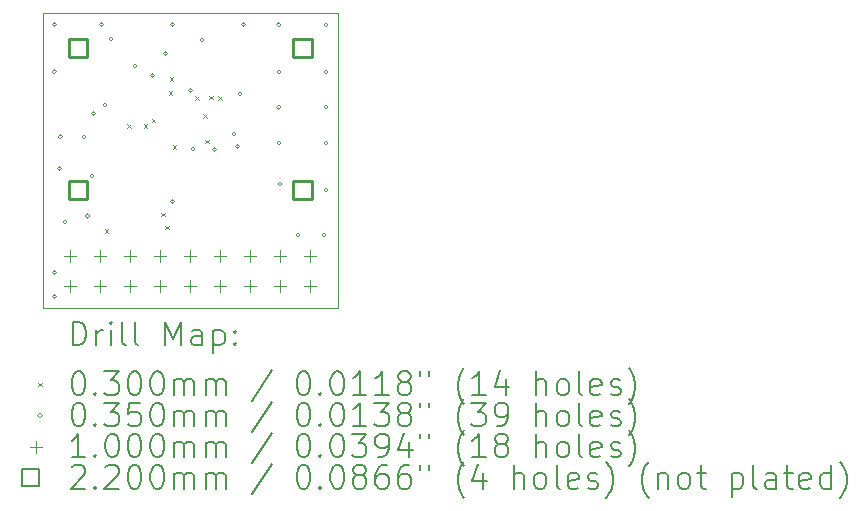
<source format=gbr>
%TF.GenerationSoftware,KiCad,Pcbnew,7.0.5*%
%TF.CreationDate,2024-03-10T15:58:11+09:00*%
%TF.ProjectId,camera_exp,63616d65-7261-45f6-9578-702e6b696361,rev?*%
%TF.SameCoordinates,Original*%
%TF.FileFunction,Drillmap*%
%TF.FilePolarity,Positive*%
%FSLAX45Y45*%
G04 Gerber Fmt 4.5, Leading zero omitted, Abs format (unit mm)*
G04 Created by KiCad (PCBNEW 7.0.5) date 2024-03-10 15:58:11*
%MOMM*%
%LPD*%
G01*
G04 APERTURE LIST*
%ADD10C,0.100000*%
%ADD11C,0.200000*%
%ADD12C,0.030000*%
%ADD13C,0.035000*%
%ADD14C,0.220000*%
G04 APERTURE END LIST*
D10*
X8000000Y-3700000D02*
X10500000Y-3700000D01*
X10500000Y-6200000D01*
X8000000Y-6200000D01*
X8000000Y-3700000D01*
D11*
D12*
X8526000Y-5533000D02*
X8556000Y-5563000D01*
X8556000Y-5533000D02*
X8526000Y-5563000D01*
X8716000Y-4644000D02*
X8746000Y-4674000D01*
X8746000Y-4644000D02*
X8716000Y-4674000D01*
X8855000Y-4644000D02*
X8885000Y-4674000D01*
X8885000Y-4644000D02*
X8855000Y-4674000D01*
X8922000Y-4596000D02*
X8952000Y-4626000D01*
X8952000Y-4596000D02*
X8922000Y-4626000D01*
X9002000Y-5394000D02*
X9032000Y-5424000D01*
X9032000Y-5394000D02*
X9002000Y-5424000D01*
X9037000Y-5502000D02*
X9067000Y-5532000D01*
X9067000Y-5502000D02*
X9037000Y-5532000D01*
X9068000Y-4363000D02*
X9098000Y-4393000D01*
X9098000Y-4363000D02*
X9068000Y-4393000D01*
X9077158Y-4245264D02*
X9107158Y-4275264D01*
X9107158Y-4245264D02*
X9077158Y-4275264D01*
X9100000Y-4821000D02*
X9130000Y-4851000D01*
X9130000Y-4821000D02*
X9100000Y-4851000D01*
X9290000Y-4404000D02*
X9320000Y-4434000D01*
X9320000Y-4404000D02*
X9290000Y-4434000D01*
X9360000Y-4557000D02*
X9390000Y-4587000D01*
X9390000Y-4557000D02*
X9360000Y-4587000D01*
X9376000Y-4776000D02*
X9406000Y-4806000D01*
X9406000Y-4776000D02*
X9376000Y-4806000D01*
X9412000Y-4402000D02*
X9442000Y-4432000D01*
X9442000Y-4402000D02*
X9412000Y-4432000D01*
X9485000Y-4408000D02*
X9515000Y-4438000D01*
X9515000Y-4408000D02*
X9485000Y-4438000D01*
D13*
X8117500Y-3800000D02*
G75*
G03*
X8117500Y-3800000I-17500J0D01*
G01*
X8117500Y-4200000D02*
G75*
G03*
X8117500Y-4200000I-17500J0D01*
G01*
X8117500Y-5900000D02*
G75*
G03*
X8117500Y-5900000I-17500J0D01*
G01*
X8117500Y-6100000D02*
G75*
G03*
X8117500Y-6100000I-17500J0D01*
G01*
X8160950Y-5020000D02*
G75*
G03*
X8160950Y-5020000I-17500J0D01*
G01*
X8167500Y-4750000D02*
G75*
G03*
X8167500Y-4750000I-17500J0D01*
G01*
X8207500Y-5470000D02*
G75*
G03*
X8207500Y-5470000I-17500J0D01*
G01*
X8367500Y-4750000D02*
G75*
G03*
X8367500Y-4750000I-17500J0D01*
G01*
X8397500Y-5420000D02*
G75*
G03*
X8397500Y-5420000I-17500J0D01*
G01*
X8437673Y-5079827D02*
G75*
G03*
X8437673Y-5079827I-17500J0D01*
G01*
X8447500Y-4550000D02*
G75*
G03*
X8447500Y-4550000I-17500J0D01*
G01*
X8517500Y-3800000D02*
G75*
G03*
X8517500Y-3800000I-17500J0D01*
G01*
X8547500Y-4480000D02*
G75*
G03*
X8547500Y-4480000I-17500J0D01*
G01*
X8597500Y-3920000D02*
G75*
G03*
X8597500Y-3920000I-17500J0D01*
G01*
X8797500Y-4150000D02*
G75*
G03*
X8797500Y-4150000I-17500J0D01*
G01*
X8947500Y-4230000D02*
G75*
G03*
X8947500Y-4230000I-17500J0D01*
G01*
X9057500Y-4045000D02*
G75*
G03*
X9057500Y-4045000I-17500J0D01*
G01*
X9117500Y-3800000D02*
G75*
G03*
X9117500Y-3800000I-17500J0D01*
G01*
X9117500Y-5300000D02*
G75*
G03*
X9117500Y-5300000I-17500J0D01*
G01*
X9268613Y-4357063D02*
G75*
G03*
X9268613Y-4357063I-17500J0D01*
G01*
X9290320Y-4852180D02*
G75*
G03*
X9290320Y-4852180I-17500J0D01*
G01*
X9367500Y-3930000D02*
G75*
G03*
X9367500Y-3930000I-17500J0D01*
G01*
X9469500Y-4857000D02*
G75*
G03*
X9469500Y-4857000I-17500J0D01*
G01*
X9637500Y-4725000D02*
G75*
G03*
X9637500Y-4725000I-17500J0D01*
G01*
X9667500Y-4833000D02*
G75*
G03*
X9667500Y-4833000I-17500J0D01*
G01*
X9687500Y-4387000D02*
G75*
G03*
X9687500Y-4387000I-17500J0D01*
G01*
X9717500Y-3800000D02*
G75*
G03*
X9717500Y-3800000I-17500J0D01*
G01*
X10017500Y-3800000D02*
G75*
G03*
X10017500Y-3800000I-17500J0D01*
G01*
X10017500Y-4200000D02*
G75*
G03*
X10017500Y-4200000I-17500J0D01*
G01*
X10017500Y-4500000D02*
G75*
G03*
X10017500Y-4500000I-17500J0D01*
G01*
X10017500Y-4800000D02*
G75*
G03*
X10017500Y-4800000I-17500J0D01*
G01*
X10025500Y-5149000D02*
G75*
G03*
X10025500Y-5149000I-17500J0D01*
G01*
X10177500Y-5580000D02*
G75*
G03*
X10177500Y-5580000I-17500J0D01*
G01*
X10397500Y-5580000D02*
G75*
G03*
X10397500Y-5580000I-17500J0D01*
G01*
X10417500Y-3800000D02*
G75*
G03*
X10417500Y-3800000I-17500J0D01*
G01*
X10417500Y-4200000D02*
G75*
G03*
X10417500Y-4200000I-17500J0D01*
G01*
X10417500Y-4500000D02*
G75*
G03*
X10417500Y-4500000I-17500J0D01*
G01*
X10417500Y-4800000D02*
G75*
G03*
X10417500Y-4800000I-17500J0D01*
G01*
X10417500Y-5200000D02*
G75*
G03*
X10417500Y-5200000I-17500J0D01*
G01*
D10*
X8230000Y-5706000D02*
X8230000Y-5806000D01*
X8180000Y-5756000D02*
X8280000Y-5756000D01*
X8230000Y-5960000D02*
X8230000Y-6060000D01*
X8180000Y-6010000D02*
X8280000Y-6010000D01*
X8484000Y-5706000D02*
X8484000Y-5806000D01*
X8434000Y-5756000D02*
X8534000Y-5756000D01*
X8484000Y-5960000D02*
X8484000Y-6060000D01*
X8434000Y-6010000D02*
X8534000Y-6010000D01*
X8738000Y-5706000D02*
X8738000Y-5806000D01*
X8688000Y-5756000D02*
X8788000Y-5756000D01*
X8738000Y-5960000D02*
X8738000Y-6060000D01*
X8688000Y-6010000D02*
X8788000Y-6010000D01*
X8992000Y-5706000D02*
X8992000Y-5806000D01*
X8942000Y-5756000D02*
X9042000Y-5756000D01*
X8992000Y-5960000D02*
X8992000Y-6060000D01*
X8942000Y-6010000D02*
X9042000Y-6010000D01*
X9246000Y-5706000D02*
X9246000Y-5806000D01*
X9196000Y-5756000D02*
X9296000Y-5756000D01*
X9246000Y-5960000D02*
X9246000Y-6060000D01*
X9196000Y-6010000D02*
X9296000Y-6010000D01*
X9500000Y-5706000D02*
X9500000Y-5806000D01*
X9450000Y-5756000D02*
X9550000Y-5756000D01*
X9500000Y-5960000D02*
X9500000Y-6060000D01*
X9450000Y-6010000D02*
X9550000Y-6010000D01*
X9754000Y-5706000D02*
X9754000Y-5806000D01*
X9704000Y-5756000D02*
X9804000Y-5756000D01*
X9754000Y-5960000D02*
X9754000Y-6060000D01*
X9704000Y-6010000D02*
X9804000Y-6010000D01*
X10008000Y-5706000D02*
X10008000Y-5806000D01*
X9958000Y-5756000D02*
X10058000Y-5756000D01*
X10008000Y-5960000D02*
X10008000Y-6060000D01*
X9958000Y-6010000D02*
X10058000Y-6010000D01*
X10262000Y-5706000D02*
X10262000Y-5806000D01*
X10212000Y-5756000D02*
X10312000Y-5756000D01*
X10262000Y-5960000D02*
X10262000Y-6060000D01*
X10212000Y-6010000D02*
X10312000Y-6010000D01*
D14*
X8377782Y-4077782D02*
X8377782Y-3922217D01*
X8222217Y-3922217D01*
X8222217Y-4077782D01*
X8377782Y-4077782D01*
X8377782Y-5277783D02*
X8377782Y-5122218D01*
X8222217Y-5122218D01*
X8222217Y-5277783D01*
X8377782Y-5277783D01*
X10277783Y-4077782D02*
X10277783Y-3922217D01*
X10122218Y-3922217D01*
X10122218Y-4077782D01*
X10277783Y-4077782D01*
X10277783Y-5277783D02*
X10277783Y-5122218D01*
X10122218Y-5122218D01*
X10122218Y-5277783D01*
X10277783Y-5277783D01*
D11*
X8255777Y-6516484D02*
X8255777Y-6316484D01*
X8255777Y-6316484D02*
X8303396Y-6316484D01*
X8303396Y-6316484D02*
X8331967Y-6326008D01*
X8331967Y-6326008D02*
X8351015Y-6345055D01*
X8351015Y-6345055D02*
X8360539Y-6364103D01*
X8360539Y-6364103D02*
X8370062Y-6402198D01*
X8370062Y-6402198D02*
X8370062Y-6430769D01*
X8370062Y-6430769D02*
X8360539Y-6468865D01*
X8360539Y-6468865D02*
X8351015Y-6487912D01*
X8351015Y-6487912D02*
X8331967Y-6506960D01*
X8331967Y-6506960D02*
X8303396Y-6516484D01*
X8303396Y-6516484D02*
X8255777Y-6516484D01*
X8455777Y-6516484D02*
X8455777Y-6383150D01*
X8455777Y-6421246D02*
X8465301Y-6402198D01*
X8465301Y-6402198D02*
X8474824Y-6392674D01*
X8474824Y-6392674D02*
X8493872Y-6383150D01*
X8493872Y-6383150D02*
X8512920Y-6383150D01*
X8579586Y-6516484D02*
X8579586Y-6383150D01*
X8579586Y-6316484D02*
X8570063Y-6326008D01*
X8570063Y-6326008D02*
X8579586Y-6335531D01*
X8579586Y-6335531D02*
X8589110Y-6326008D01*
X8589110Y-6326008D02*
X8579586Y-6316484D01*
X8579586Y-6316484D02*
X8579586Y-6335531D01*
X8703396Y-6516484D02*
X8684348Y-6506960D01*
X8684348Y-6506960D02*
X8674824Y-6487912D01*
X8674824Y-6487912D02*
X8674824Y-6316484D01*
X8808158Y-6516484D02*
X8789110Y-6506960D01*
X8789110Y-6506960D02*
X8779586Y-6487912D01*
X8779586Y-6487912D02*
X8779586Y-6316484D01*
X9036729Y-6516484D02*
X9036729Y-6316484D01*
X9036729Y-6316484D02*
X9103396Y-6459341D01*
X9103396Y-6459341D02*
X9170063Y-6316484D01*
X9170063Y-6316484D02*
X9170063Y-6516484D01*
X9351015Y-6516484D02*
X9351015Y-6411722D01*
X9351015Y-6411722D02*
X9341491Y-6392674D01*
X9341491Y-6392674D02*
X9322444Y-6383150D01*
X9322444Y-6383150D02*
X9284348Y-6383150D01*
X9284348Y-6383150D02*
X9265301Y-6392674D01*
X9351015Y-6506960D02*
X9331967Y-6516484D01*
X9331967Y-6516484D02*
X9284348Y-6516484D01*
X9284348Y-6516484D02*
X9265301Y-6506960D01*
X9265301Y-6506960D02*
X9255777Y-6487912D01*
X9255777Y-6487912D02*
X9255777Y-6468865D01*
X9255777Y-6468865D02*
X9265301Y-6449817D01*
X9265301Y-6449817D02*
X9284348Y-6440293D01*
X9284348Y-6440293D02*
X9331967Y-6440293D01*
X9331967Y-6440293D02*
X9351015Y-6430769D01*
X9446253Y-6383150D02*
X9446253Y-6583150D01*
X9446253Y-6392674D02*
X9465301Y-6383150D01*
X9465301Y-6383150D02*
X9503396Y-6383150D01*
X9503396Y-6383150D02*
X9522444Y-6392674D01*
X9522444Y-6392674D02*
X9531967Y-6402198D01*
X9531967Y-6402198D02*
X9541491Y-6421246D01*
X9541491Y-6421246D02*
X9541491Y-6478388D01*
X9541491Y-6478388D02*
X9531967Y-6497436D01*
X9531967Y-6497436D02*
X9522444Y-6506960D01*
X9522444Y-6506960D02*
X9503396Y-6516484D01*
X9503396Y-6516484D02*
X9465301Y-6516484D01*
X9465301Y-6516484D02*
X9446253Y-6506960D01*
X9627205Y-6497436D02*
X9636729Y-6506960D01*
X9636729Y-6506960D02*
X9627205Y-6516484D01*
X9627205Y-6516484D02*
X9617682Y-6506960D01*
X9617682Y-6506960D02*
X9627205Y-6497436D01*
X9627205Y-6497436D02*
X9627205Y-6516484D01*
X9627205Y-6392674D02*
X9636729Y-6402198D01*
X9636729Y-6402198D02*
X9627205Y-6411722D01*
X9627205Y-6411722D02*
X9617682Y-6402198D01*
X9617682Y-6402198D02*
X9627205Y-6392674D01*
X9627205Y-6392674D02*
X9627205Y-6411722D01*
D12*
X7965000Y-6830000D02*
X7995000Y-6860000D01*
X7995000Y-6830000D02*
X7965000Y-6860000D01*
D11*
X8293872Y-6736484D02*
X8312920Y-6736484D01*
X8312920Y-6736484D02*
X8331967Y-6746008D01*
X8331967Y-6746008D02*
X8341491Y-6755531D01*
X8341491Y-6755531D02*
X8351015Y-6774579D01*
X8351015Y-6774579D02*
X8360539Y-6812674D01*
X8360539Y-6812674D02*
X8360539Y-6860293D01*
X8360539Y-6860293D02*
X8351015Y-6898388D01*
X8351015Y-6898388D02*
X8341491Y-6917436D01*
X8341491Y-6917436D02*
X8331967Y-6926960D01*
X8331967Y-6926960D02*
X8312920Y-6936484D01*
X8312920Y-6936484D02*
X8293872Y-6936484D01*
X8293872Y-6936484D02*
X8274824Y-6926960D01*
X8274824Y-6926960D02*
X8265301Y-6917436D01*
X8265301Y-6917436D02*
X8255777Y-6898388D01*
X8255777Y-6898388D02*
X8246253Y-6860293D01*
X8246253Y-6860293D02*
X8246253Y-6812674D01*
X8246253Y-6812674D02*
X8255777Y-6774579D01*
X8255777Y-6774579D02*
X8265301Y-6755531D01*
X8265301Y-6755531D02*
X8274824Y-6746008D01*
X8274824Y-6746008D02*
X8293872Y-6736484D01*
X8446253Y-6917436D02*
X8455777Y-6926960D01*
X8455777Y-6926960D02*
X8446253Y-6936484D01*
X8446253Y-6936484D02*
X8436729Y-6926960D01*
X8436729Y-6926960D02*
X8446253Y-6917436D01*
X8446253Y-6917436D02*
X8446253Y-6936484D01*
X8522444Y-6736484D02*
X8646253Y-6736484D01*
X8646253Y-6736484D02*
X8579586Y-6812674D01*
X8579586Y-6812674D02*
X8608158Y-6812674D01*
X8608158Y-6812674D02*
X8627205Y-6822198D01*
X8627205Y-6822198D02*
X8636729Y-6831722D01*
X8636729Y-6831722D02*
X8646253Y-6850769D01*
X8646253Y-6850769D02*
X8646253Y-6898388D01*
X8646253Y-6898388D02*
X8636729Y-6917436D01*
X8636729Y-6917436D02*
X8627205Y-6926960D01*
X8627205Y-6926960D02*
X8608158Y-6936484D01*
X8608158Y-6936484D02*
X8551015Y-6936484D01*
X8551015Y-6936484D02*
X8531967Y-6926960D01*
X8531967Y-6926960D02*
X8522444Y-6917436D01*
X8770063Y-6736484D02*
X8789110Y-6736484D01*
X8789110Y-6736484D02*
X8808158Y-6746008D01*
X8808158Y-6746008D02*
X8817682Y-6755531D01*
X8817682Y-6755531D02*
X8827205Y-6774579D01*
X8827205Y-6774579D02*
X8836729Y-6812674D01*
X8836729Y-6812674D02*
X8836729Y-6860293D01*
X8836729Y-6860293D02*
X8827205Y-6898388D01*
X8827205Y-6898388D02*
X8817682Y-6917436D01*
X8817682Y-6917436D02*
X8808158Y-6926960D01*
X8808158Y-6926960D02*
X8789110Y-6936484D01*
X8789110Y-6936484D02*
X8770063Y-6936484D01*
X8770063Y-6936484D02*
X8751015Y-6926960D01*
X8751015Y-6926960D02*
X8741491Y-6917436D01*
X8741491Y-6917436D02*
X8731967Y-6898388D01*
X8731967Y-6898388D02*
X8722444Y-6860293D01*
X8722444Y-6860293D02*
X8722444Y-6812674D01*
X8722444Y-6812674D02*
X8731967Y-6774579D01*
X8731967Y-6774579D02*
X8741491Y-6755531D01*
X8741491Y-6755531D02*
X8751015Y-6746008D01*
X8751015Y-6746008D02*
X8770063Y-6736484D01*
X8960539Y-6736484D02*
X8979586Y-6736484D01*
X8979586Y-6736484D02*
X8998634Y-6746008D01*
X8998634Y-6746008D02*
X9008158Y-6755531D01*
X9008158Y-6755531D02*
X9017682Y-6774579D01*
X9017682Y-6774579D02*
X9027205Y-6812674D01*
X9027205Y-6812674D02*
X9027205Y-6860293D01*
X9027205Y-6860293D02*
X9017682Y-6898388D01*
X9017682Y-6898388D02*
X9008158Y-6917436D01*
X9008158Y-6917436D02*
X8998634Y-6926960D01*
X8998634Y-6926960D02*
X8979586Y-6936484D01*
X8979586Y-6936484D02*
X8960539Y-6936484D01*
X8960539Y-6936484D02*
X8941491Y-6926960D01*
X8941491Y-6926960D02*
X8931967Y-6917436D01*
X8931967Y-6917436D02*
X8922444Y-6898388D01*
X8922444Y-6898388D02*
X8912920Y-6860293D01*
X8912920Y-6860293D02*
X8912920Y-6812674D01*
X8912920Y-6812674D02*
X8922444Y-6774579D01*
X8922444Y-6774579D02*
X8931967Y-6755531D01*
X8931967Y-6755531D02*
X8941491Y-6746008D01*
X8941491Y-6746008D02*
X8960539Y-6736484D01*
X9112920Y-6936484D02*
X9112920Y-6803150D01*
X9112920Y-6822198D02*
X9122444Y-6812674D01*
X9122444Y-6812674D02*
X9141491Y-6803150D01*
X9141491Y-6803150D02*
X9170063Y-6803150D01*
X9170063Y-6803150D02*
X9189110Y-6812674D01*
X9189110Y-6812674D02*
X9198634Y-6831722D01*
X9198634Y-6831722D02*
X9198634Y-6936484D01*
X9198634Y-6831722D02*
X9208158Y-6812674D01*
X9208158Y-6812674D02*
X9227205Y-6803150D01*
X9227205Y-6803150D02*
X9255777Y-6803150D01*
X9255777Y-6803150D02*
X9274825Y-6812674D01*
X9274825Y-6812674D02*
X9284348Y-6831722D01*
X9284348Y-6831722D02*
X9284348Y-6936484D01*
X9379586Y-6936484D02*
X9379586Y-6803150D01*
X9379586Y-6822198D02*
X9389110Y-6812674D01*
X9389110Y-6812674D02*
X9408158Y-6803150D01*
X9408158Y-6803150D02*
X9436729Y-6803150D01*
X9436729Y-6803150D02*
X9455777Y-6812674D01*
X9455777Y-6812674D02*
X9465301Y-6831722D01*
X9465301Y-6831722D02*
X9465301Y-6936484D01*
X9465301Y-6831722D02*
X9474825Y-6812674D01*
X9474825Y-6812674D02*
X9493872Y-6803150D01*
X9493872Y-6803150D02*
X9522444Y-6803150D01*
X9522444Y-6803150D02*
X9541491Y-6812674D01*
X9541491Y-6812674D02*
X9551015Y-6831722D01*
X9551015Y-6831722D02*
X9551015Y-6936484D01*
X9941491Y-6726960D02*
X9770063Y-6984103D01*
X10198634Y-6736484D02*
X10217682Y-6736484D01*
X10217682Y-6736484D02*
X10236729Y-6746008D01*
X10236729Y-6746008D02*
X10246253Y-6755531D01*
X10246253Y-6755531D02*
X10255777Y-6774579D01*
X10255777Y-6774579D02*
X10265301Y-6812674D01*
X10265301Y-6812674D02*
X10265301Y-6860293D01*
X10265301Y-6860293D02*
X10255777Y-6898388D01*
X10255777Y-6898388D02*
X10246253Y-6917436D01*
X10246253Y-6917436D02*
X10236729Y-6926960D01*
X10236729Y-6926960D02*
X10217682Y-6936484D01*
X10217682Y-6936484D02*
X10198634Y-6936484D01*
X10198634Y-6936484D02*
X10179587Y-6926960D01*
X10179587Y-6926960D02*
X10170063Y-6917436D01*
X10170063Y-6917436D02*
X10160539Y-6898388D01*
X10160539Y-6898388D02*
X10151015Y-6860293D01*
X10151015Y-6860293D02*
X10151015Y-6812674D01*
X10151015Y-6812674D02*
X10160539Y-6774579D01*
X10160539Y-6774579D02*
X10170063Y-6755531D01*
X10170063Y-6755531D02*
X10179587Y-6746008D01*
X10179587Y-6746008D02*
X10198634Y-6736484D01*
X10351015Y-6917436D02*
X10360539Y-6926960D01*
X10360539Y-6926960D02*
X10351015Y-6936484D01*
X10351015Y-6936484D02*
X10341491Y-6926960D01*
X10341491Y-6926960D02*
X10351015Y-6917436D01*
X10351015Y-6917436D02*
X10351015Y-6936484D01*
X10484348Y-6736484D02*
X10503396Y-6736484D01*
X10503396Y-6736484D02*
X10522444Y-6746008D01*
X10522444Y-6746008D02*
X10531968Y-6755531D01*
X10531968Y-6755531D02*
X10541491Y-6774579D01*
X10541491Y-6774579D02*
X10551015Y-6812674D01*
X10551015Y-6812674D02*
X10551015Y-6860293D01*
X10551015Y-6860293D02*
X10541491Y-6898388D01*
X10541491Y-6898388D02*
X10531968Y-6917436D01*
X10531968Y-6917436D02*
X10522444Y-6926960D01*
X10522444Y-6926960D02*
X10503396Y-6936484D01*
X10503396Y-6936484D02*
X10484348Y-6936484D01*
X10484348Y-6936484D02*
X10465301Y-6926960D01*
X10465301Y-6926960D02*
X10455777Y-6917436D01*
X10455777Y-6917436D02*
X10446253Y-6898388D01*
X10446253Y-6898388D02*
X10436729Y-6860293D01*
X10436729Y-6860293D02*
X10436729Y-6812674D01*
X10436729Y-6812674D02*
X10446253Y-6774579D01*
X10446253Y-6774579D02*
X10455777Y-6755531D01*
X10455777Y-6755531D02*
X10465301Y-6746008D01*
X10465301Y-6746008D02*
X10484348Y-6736484D01*
X10741491Y-6936484D02*
X10627206Y-6936484D01*
X10684348Y-6936484D02*
X10684348Y-6736484D01*
X10684348Y-6736484D02*
X10665301Y-6765055D01*
X10665301Y-6765055D02*
X10646253Y-6784103D01*
X10646253Y-6784103D02*
X10627206Y-6793627D01*
X10931968Y-6936484D02*
X10817682Y-6936484D01*
X10874825Y-6936484D02*
X10874825Y-6736484D01*
X10874825Y-6736484D02*
X10855777Y-6765055D01*
X10855777Y-6765055D02*
X10836729Y-6784103D01*
X10836729Y-6784103D02*
X10817682Y-6793627D01*
X11046253Y-6822198D02*
X11027206Y-6812674D01*
X11027206Y-6812674D02*
X11017682Y-6803150D01*
X11017682Y-6803150D02*
X11008158Y-6784103D01*
X11008158Y-6784103D02*
X11008158Y-6774579D01*
X11008158Y-6774579D02*
X11017682Y-6755531D01*
X11017682Y-6755531D02*
X11027206Y-6746008D01*
X11027206Y-6746008D02*
X11046253Y-6736484D01*
X11046253Y-6736484D02*
X11084349Y-6736484D01*
X11084349Y-6736484D02*
X11103396Y-6746008D01*
X11103396Y-6746008D02*
X11112920Y-6755531D01*
X11112920Y-6755531D02*
X11122444Y-6774579D01*
X11122444Y-6774579D02*
X11122444Y-6784103D01*
X11122444Y-6784103D02*
X11112920Y-6803150D01*
X11112920Y-6803150D02*
X11103396Y-6812674D01*
X11103396Y-6812674D02*
X11084349Y-6822198D01*
X11084349Y-6822198D02*
X11046253Y-6822198D01*
X11046253Y-6822198D02*
X11027206Y-6831722D01*
X11027206Y-6831722D02*
X11017682Y-6841246D01*
X11017682Y-6841246D02*
X11008158Y-6860293D01*
X11008158Y-6860293D02*
X11008158Y-6898388D01*
X11008158Y-6898388D02*
X11017682Y-6917436D01*
X11017682Y-6917436D02*
X11027206Y-6926960D01*
X11027206Y-6926960D02*
X11046253Y-6936484D01*
X11046253Y-6936484D02*
X11084349Y-6936484D01*
X11084349Y-6936484D02*
X11103396Y-6926960D01*
X11103396Y-6926960D02*
X11112920Y-6917436D01*
X11112920Y-6917436D02*
X11122444Y-6898388D01*
X11122444Y-6898388D02*
X11122444Y-6860293D01*
X11122444Y-6860293D02*
X11112920Y-6841246D01*
X11112920Y-6841246D02*
X11103396Y-6831722D01*
X11103396Y-6831722D02*
X11084349Y-6822198D01*
X11198634Y-6736484D02*
X11198634Y-6774579D01*
X11274825Y-6736484D02*
X11274825Y-6774579D01*
X11570063Y-7012674D02*
X11560539Y-7003150D01*
X11560539Y-7003150D02*
X11541491Y-6974579D01*
X11541491Y-6974579D02*
X11531968Y-6955531D01*
X11531968Y-6955531D02*
X11522444Y-6926960D01*
X11522444Y-6926960D02*
X11512920Y-6879341D01*
X11512920Y-6879341D02*
X11512920Y-6841246D01*
X11512920Y-6841246D02*
X11522444Y-6793627D01*
X11522444Y-6793627D02*
X11531968Y-6765055D01*
X11531968Y-6765055D02*
X11541491Y-6746008D01*
X11541491Y-6746008D02*
X11560539Y-6717436D01*
X11560539Y-6717436D02*
X11570063Y-6707912D01*
X11751015Y-6936484D02*
X11636729Y-6936484D01*
X11693872Y-6936484D02*
X11693872Y-6736484D01*
X11693872Y-6736484D02*
X11674825Y-6765055D01*
X11674825Y-6765055D02*
X11655777Y-6784103D01*
X11655777Y-6784103D02*
X11636729Y-6793627D01*
X11922444Y-6803150D02*
X11922444Y-6936484D01*
X11874825Y-6726960D02*
X11827206Y-6869817D01*
X11827206Y-6869817D02*
X11951015Y-6869817D01*
X12179587Y-6936484D02*
X12179587Y-6736484D01*
X12265301Y-6936484D02*
X12265301Y-6831722D01*
X12265301Y-6831722D02*
X12255777Y-6812674D01*
X12255777Y-6812674D02*
X12236730Y-6803150D01*
X12236730Y-6803150D02*
X12208158Y-6803150D01*
X12208158Y-6803150D02*
X12189110Y-6812674D01*
X12189110Y-6812674D02*
X12179587Y-6822198D01*
X12389110Y-6936484D02*
X12370063Y-6926960D01*
X12370063Y-6926960D02*
X12360539Y-6917436D01*
X12360539Y-6917436D02*
X12351015Y-6898388D01*
X12351015Y-6898388D02*
X12351015Y-6841246D01*
X12351015Y-6841246D02*
X12360539Y-6822198D01*
X12360539Y-6822198D02*
X12370063Y-6812674D01*
X12370063Y-6812674D02*
X12389110Y-6803150D01*
X12389110Y-6803150D02*
X12417682Y-6803150D01*
X12417682Y-6803150D02*
X12436730Y-6812674D01*
X12436730Y-6812674D02*
X12446253Y-6822198D01*
X12446253Y-6822198D02*
X12455777Y-6841246D01*
X12455777Y-6841246D02*
X12455777Y-6898388D01*
X12455777Y-6898388D02*
X12446253Y-6917436D01*
X12446253Y-6917436D02*
X12436730Y-6926960D01*
X12436730Y-6926960D02*
X12417682Y-6936484D01*
X12417682Y-6936484D02*
X12389110Y-6936484D01*
X12570063Y-6936484D02*
X12551015Y-6926960D01*
X12551015Y-6926960D02*
X12541491Y-6907912D01*
X12541491Y-6907912D02*
X12541491Y-6736484D01*
X12722444Y-6926960D02*
X12703396Y-6936484D01*
X12703396Y-6936484D02*
X12665301Y-6936484D01*
X12665301Y-6936484D02*
X12646253Y-6926960D01*
X12646253Y-6926960D02*
X12636730Y-6907912D01*
X12636730Y-6907912D02*
X12636730Y-6831722D01*
X12636730Y-6831722D02*
X12646253Y-6812674D01*
X12646253Y-6812674D02*
X12665301Y-6803150D01*
X12665301Y-6803150D02*
X12703396Y-6803150D01*
X12703396Y-6803150D02*
X12722444Y-6812674D01*
X12722444Y-6812674D02*
X12731968Y-6831722D01*
X12731968Y-6831722D02*
X12731968Y-6850769D01*
X12731968Y-6850769D02*
X12636730Y-6869817D01*
X12808158Y-6926960D02*
X12827206Y-6936484D01*
X12827206Y-6936484D02*
X12865301Y-6936484D01*
X12865301Y-6936484D02*
X12884349Y-6926960D01*
X12884349Y-6926960D02*
X12893872Y-6907912D01*
X12893872Y-6907912D02*
X12893872Y-6898388D01*
X12893872Y-6898388D02*
X12884349Y-6879341D01*
X12884349Y-6879341D02*
X12865301Y-6869817D01*
X12865301Y-6869817D02*
X12836730Y-6869817D01*
X12836730Y-6869817D02*
X12817682Y-6860293D01*
X12817682Y-6860293D02*
X12808158Y-6841246D01*
X12808158Y-6841246D02*
X12808158Y-6831722D01*
X12808158Y-6831722D02*
X12817682Y-6812674D01*
X12817682Y-6812674D02*
X12836730Y-6803150D01*
X12836730Y-6803150D02*
X12865301Y-6803150D01*
X12865301Y-6803150D02*
X12884349Y-6812674D01*
X12960539Y-7012674D02*
X12970063Y-7003150D01*
X12970063Y-7003150D02*
X12989111Y-6974579D01*
X12989111Y-6974579D02*
X12998634Y-6955531D01*
X12998634Y-6955531D02*
X13008158Y-6926960D01*
X13008158Y-6926960D02*
X13017682Y-6879341D01*
X13017682Y-6879341D02*
X13017682Y-6841246D01*
X13017682Y-6841246D02*
X13008158Y-6793627D01*
X13008158Y-6793627D02*
X12998634Y-6765055D01*
X12998634Y-6765055D02*
X12989111Y-6746008D01*
X12989111Y-6746008D02*
X12970063Y-6717436D01*
X12970063Y-6717436D02*
X12960539Y-6707912D01*
D13*
X7995000Y-7109000D02*
G75*
G03*
X7995000Y-7109000I-17500J0D01*
G01*
D11*
X8293872Y-7000484D02*
X8312920Y-7000484D01*
X8312920Y-7000484D02*
X8331967Y-7010008D01*
X8331967Y-7010008D02*
X8341491Y-7019531D01*
X8341491Y-7019531D02*
X8351015Y-7038579D01*
X8351015Y-7038579D02*
X8360539Y-7076674D01*
X8360539Y-7076674D02*
X8360539Y-7124293D01*
X8360539Y-7124293D02*
X8351015Y-7162388D01*
X8351015Y-7162388D02*
X8341491Y-7181436D01*
X8341491Y-7181436D02*
X8331967Y-7190960D01*
X8331967Y-7190960D02*
X8312920Y-7200484D01*
X8312920Y-7200484D02*
X8293872Y-7200484D01*
X8293872Y-7200484D02*
X8274824Y-7190960D01*
X8274824Y-7190960D02*
X8265301Y-7181436D01*
X8265301Y-7181436D02*
X8255777Y-7162388D01*
X8255777Y-7162388D02*
X8246253Y-7124293D01*
X8246253Y-7124293D02*
X8246253Y-7076674D01*
X8246253Y-7076674D02*
X8255777Y-7038579D01*
X8255777Y-7038579D02*
X8265301Y-7019531D01*
X8265301Y-7019531D02*
X8274824Y-7010008D01*
X8274824Y-7010008D02*
X8293872Y-7000484D01*
X8446253Y-7181436D02*
X8455777Y-7190960D01*
X8455777Y-7190960D02*
X8446253Y-7200484D01*
X8446253Y-7200484D02*
X8436729Y-7190960D01*
X8436729Y-7190960D02*
X8446253Y-7181436D01*
X8446253Y-7181436D02*
X8446253Y-7200484D01*
X8522444Y-7000484D02*
X8646253Y-7000484D01*
X8646253Y-7000484D02*
X8579586Y-7076674D01*
X8579586Y-7076674D02*
X8608158Y-7076674D01*
X8608158Y-7076674D02*
X8627205Y-7086198D01*
X8627205Y-7086198D02*
X8636729Y-7095722D01*
X8636729Y-7095722D02*
X8646253Y-7114769D01*
X8646253Y-7114769D02*
X8646253Y-7162388D01*
X8646253Y-7162388D02*
X8636729Y-7181436D01*
X8636729Y-7181436D02*
X8627205Y-7190960D01*
X8627205Y-7190960D02*
X8608158Y-7200484D01*
X8608158Y-7200484D02*
X8551015Y-7200484D01*
X8551015Y-7200484D02*
X8531967Y-7190960D01*
X8531967Y-7190960D02*
X8522444Y-7181436D01*
X8827205Y-7000484D02*
X8731967Y-7000484D01*
X8731967Y-7000484D02*
X8722444Y-7095722D01*
X8722444Y-7095722D02*
X8731967Y-7086198D01*
X8731967Y-7086198D02*
X8751015Y-7076674D01*
X8751015Y-7076674D02*
X8798634Y-7076674D01*
X8798634Y-7076674D02*
X8817682Y-7086198D01*
X8817682Y-7086198D02*
X8827205Y-7095722D01*
X8827205Y-7095722D02*
X8836729Y-7114769D01*
X8836729Y-7114769D02*
X8836729Y-7162388D01*
X8836729Y-7162388D02*
X8827205Y-7181436D01*
X8827205Y-7181436D02*
X8817682Y-7190960D01*
X8817682Y-7190960D02*
X8798634Y-7200484D01*
X8798634Y-7200484D02*
X8751015Y-7200484D01*
X8751015Y-7200484D02*
X8731967Y-7190960D01*
X8731967Y-7190960D02*
X8722444Y-7181436D01*
X8960539Y-7000484D02*
X8979586Y-7000484D01*
X8979586Y-7000484D02*
X8998634Y-7010008D01*
X8998634Y-7010008D02*
X9008158Y-7019531D01*
X9008158Y-7019531D02*
X9017682Y-7038579D01*
X9017682Y-7038579D02*
X9027205Y-7076674D01*
X9027205Y-7076674D02*
X9027205Y-7124293D01*
X9027205Y-7124293D02*
X9017682Y-7162388D01*
X9017682Y-7162388D02*
X9008158Y-7181436D01*
X9008158Y-7181436D02*
X8998634Y-7190960D01*
X8998634Y-7190960D02*
X8979586Y-7200484D01*
X8979586Y-7200484D02*
X8960539Y-7200484D01*
X8960539Y-7200484D02*
X8941491Y-7190960D01*
X8941491Y-7190960D02*
X8931967Y-7181436D01*
X8931967Y-7181436D02*
X8922444Y-7162388D01*
X8922444Y-7162388D02*
X8912920Y-7124293D01*
X8912920Y-7124293D02*
X8912920Y-7076674D01*
X8912920Y-7076674D02*
X8922444Y-7038579D01*
X8922444Y-7038579D02*
X8931967Y-7019531D01*
X8931967Y-7019531D02*
X8941491Y-7010008D01*
X8941491Y-7010008D02*
X8960539Y-7000484D01*
X9112920Y-7200484D02*
X9112920Y-7067150D01*
X9112920Y-7086198D02*
X9122444Y-7076674D01*
X9122444Y-7076674D02*
X9141491Y-7067150D01*
X9141491Y-7067150D02*
X9170063Y-7067150D01*
X9170063Y-7067150D02*
X9189110Y-7076674D01*
X9189110Y-7076674D02*
X9198634Y-7095722D01*
X9198634Y-7095722D02*
X9198634Y-7200484D01*
X9198634Y-7095722D02*
X9208158Y-7076674D01*
X9208158Y-7076674D02*
X9227205Y-7067150D01*
X9227205Y-7067150D02*
X9255777Y-7067150D01*
X9255777Y-7067150D02*
X9274825Y-7076674D01*
X9274825Y-7076674D02*
X9284348Y-7095722D01*
X9284348Y-7095722D02*
X9284348Y-7200484D01*
X9379586Y-7200484D02*
X9379586Y-7067150D01*
X9379586Y-7086198D02*
X9389110Y-7076674D01*
X9389110Y-7076674D02*
X9408158Y-7067150D01*
X9408158Y-7067150D02*
X9436729Y-7067150D01*
X9436729Y-7067150D02*
X9455777Y-7076674D01*
X9455777Y-7076674D02*
X9465301Y-7095722D01*
X9465301Y-7095722D02*
X9465301Y-7200484D01*
X9465301Y-7095722D02*
X9474825Y-7076674D01*
X9474825Y-7076674D02*
X9493872Y-7067150D01*
X9493872Y-7067150D02*
X9522444Y-7067150D01*
X9522444Y-7067150D02*
X9541491Y-7076674D01*
X9541491Y-7076674D02*
X9551015Y-7095722D01*
X9551015Y-7095722D02*
X9551015Y-7200484D01*
X9941491Y-6990960D02*
X9770063Y-7248103D01*
X10198634Y-7000484D02*
X10217682Y-7000484D01*
X10217682Y-7000484D02*
X10236729Y-7010008D01*
X10236729Y-7010008D02*
X10246253Y-7019531D01*
X10246253Y-7019531D02*
X10255777Y-7038579D01*
X10255777Y-7038579D02*
X10265301Y-7076674D01*
X10265301Y-7076674D02*
X10265301Y-7124293D01*
X10265301Y-7124293D02*
X10255777Y-7162388D01*
X10255777Y-7162388D02*
X10246253Y-7181436D01*
X10246253Y-7181436D02*
X10236729Y-7190960D01*
X10236729Y-7190960D02*
X10217682Y-7200484D01*
X10217682Y-7200484D02*
X10198634Y-7200484D01*
X10198634Y-7200484D02*
X10179587Y-7190960D01*
X10179587Y-7190960D02*
X10170063Y-7181436D01*
X10170063Y-7181436D02*
X10160539Y-7162388D01*
X10160539Y-7162388D02*
X10151015Y-7124293D01*
X10151015Y-7124293D02*
X10151015Y-7076674D01*
X10151015Y-7076674D02*
X10160539Y-7038579D01*
X10160539Y-7038579D02*
X10170063Y-7019531D01*
X10170063Y-7019531D02*
X10179587Y-7010008D01*
X10179587Y-7010008D02*
X10198634Y-7000484D01*
X10351015Y-7181436D02*
X10360539Y-7190960D01*
X10360539Y-7190960D02*
X10351015Y-7200484D01*
X10351015Y-7200484D02*
X10341491Y-7190960D01*
X10341491Y-7190960D02*
X10351015Y-7181436D01*
X10351015Y-7181436D02*
X10351015Y-7200484D01*
X10484348Y-7000484D02*
X10503396Y-7000484D01*
X10503396Y-7000484D02*
X10522444Y-7010008D01*
X10522444Y-7010008D02*
X10531968Y-7019531D01*
X10531968Y-7019531D02*
X10541491Y-7038579D01*
X10541491Y-7038579D02*
X10551015Y-7076674D01*
X10551015Y-7076674D02*
X10551015Y-7124293D01*
X10551015Y-7124293D02*
X10541491Y-7162388D01*
X10541491Y-7162388D02*
X10531968Y-7181436D01*
X10531968Y-7181436D02*
X10522444Y-7190960D01*
X10522444Y-7190960D02*
X10503396Y-7200484D01*
X10503396Y-7200484D02*
X10484348Y-7200484D01*
X10484348Y-7200484D02*
X10465301Y-7190960D01*
X10465301Y-7190960D02*
X10455777Y-7181436D01*
X10455777Y-7181436D02*
X10446253Y-7162388D01*
X10446253Y-7162388D02*
X10436729Y-7124293D01*
X10436729Y-7124293D02*
X10436729Y-7076674D01*
X10436729Y-7076674D02*
X10446253Y-7038579D01*
X10446253Y-7038579D02*
X10455777Y-7019531D01*
X10455777Y-7019531D02*
X10465301Y-7010008D01*
X10465301Y-7010008D02*
X10484348Y-7000484D01*
X10741491Y-7200484D02*
X10627206Y-7200484D01*
X10684348Y-7200484D02*
X10684348Y-7000484D01*
X10684348Y-7000484D02*
X10665301Y-7029055D01*
X10665301Y-7029055D02*
X10646253Y-7048103D01*
X10646253Y-7048103D02*
X10627206Y-7057627D01*
X10808158Y-7000484D02*
X10931968Y-7000484D01*
X10931968Y-7000484D02*
X10865301Y-7076674D01*
X10865301Y-7076674D02*
X10893872Y-7076674D01*
X10893872Y-7076674D02*
X10912920Y-7086198D01*
X10912920Y-7086198D02*
X10922444Y-7095722D01*
X10922444Y-7095722D02*
X10931968Y-7114769D01*
X10931968Y-7114769D02*
X10931968Y-7162388D01*
X10931968Y-7162388D02*
X10922444Y-7181436D01*
X10922444Y-7181436D02*
X10912920Y-7190960D01*
X10912920Y-7190960D02*
X10893872Y-7200484D01*
X10893872Y-7200484D02*
X10836729Y-7200484D01*
X10836729Y-7200484D02*
X10817682Y-7190960D01*
X10817682Y-7190960D02*
X10808158Y-7181436D01*
X11046253Y-7086198D02*
X11027206Y-7076674D01*
X11027206Y-7076674D02*
X11017682Y-7067150D01*
X11017682Y-7067150D02*
X11008158Y-7048103D01*
X11008158Y-7048103D02*
X11008158Y-7038579D01*
X11008158Y-7038579D02*
X11017682Y-7019531D01*
X11017682Y-7019531D02*
X11027206Y-7010008D01*
X11027206Y-7010008D02*
X11046253Y-7000484D01*
X11046253Y-7000484D02*
X11084349Y-7000484D01*
X11084349Y-7000484D02*
X11103396Y-7010008D01*
X11103396Y-7010008D02*
X11112920Y-7019531D01*
X11112920Y-7019531D02*
X11122444Y-7038579D01*
X11122444Y-7038579D02*
X11122444Y-7048103D01*
X11122444Y-7048103D02*
X11112920Y-7067150D01*
X11112920Y-7067150D02*
X11103396Y-7076674D01*
X11103396Y-7076674D02*
X11084349Y-7086198D01*
X11084349Y-7086198D02*
X11046253Y-7086198D01*
X11046253Y-7086198D02*
X11027206Y-7095722D01*
X11027206Y-7095722D02*
X11017682Y-7105246D01*
X11017682Y-7105246D02*
X11008158Y-7124293D01*
X11008158Y-7124293D02*
X11008158Y-7162388D01*
X11008158Y-7162388D02*
X11017682Y-7181436D01*
X11017682Y-7181436D02*
X11027206Y-7190960D01*
X11027206Y-7190960D02*
X11046253Y-7200484D01*
X11046253Y-7200484D02*
X11084349Y-7200484D01*
X11084349Y-7200484D02*
X11103396Y-7190960D01*
X11103396Y-7190960D02*
X11112920Y-7181436D01*
X11112920Y-7181436D02*
X11122444Y-7162388D01*
X11122444Y-7162388D02*
X11122444Y-7124293D01*
X11122444Y-7124293D02*
X11112920Y-7105246D01*
X11112920Y-7105246D02*
X11103396Y-7095722D01*
X11103396Y-7095722D02*
X11084349Y-7086198D01*
X11198634Y-7000484D02*
X11198634Y-7038579D01*
X11274825Y-7000484D02*
X11274825Y-7038579D01*
X11570063Y-7276674D02*
X11560539Y-7267150D01*
X11560539Y-7267150D02*
X11541491Y-7238579D01*
X11541491Y-7238579D02*
X11531968Y-7219531D01*
X11531968Y-7219531D02*
X11522444Y-7190960D01*
X11522444Y-7190960D02*
X11512920Y-7143341D01*
X11512920Y-7143341D02*
X11512920Y-7105246D01*
X11512920Y-7105246D02*
X11522444Y-7057627D01*
X11522444Y-7057627D02*
X11531968Y-7029055D01*
X11531968Y-7029055D02*
X11541491Y-7010008D01*
X11541491Y-7010008D02*
X11560539Y-6981436D01*
X11560539Y-6981436D02*
X11570063Y-6971912D01*
X11627206Y-7000484D02*
X11751015Y-7000484D01*
X11751015Y-7000484D02*
X11684348Y-7076674D01*
X11684348Y-7076674D02*
X11712920Y-7076674D01*
X11712920Y-7076674D02*
X11731968Y-7086198D01*
X11731968Y-7086198D02*
X11741491Y-7095722D01*
X11741491Y-7095722D02*
X11751015Y-7114769D01*
X11751015Y-7114769D02*
X11751015Y-7162388D01*
X11751015Y-7162388D02*
X11741491Y-7181436D01*
X11741491Y-7181436D02*
X11731968Y-7190960D01*
X11731968Y-7190960D02*
X11712920Y-7200484D01*
X11712920Y-7200484D02*
X11655777Y-7200484D01*
X11655777Y-7200484D02*
X11636729Y-7190960D01*
X11636729Y-7190960D02*
X11627206Y-7181436D01*
X11846253Y-7200484D02*
X11884348Y-7200484D01*
X11884348Y-7200484D02*
X11903396Y-7190960D01*
X11903396Y-7190960D02*
X11912920Y-7181436D01*
X11912920Y-7181436D02*
X11931968Y-7152865D01*
X11931968Y-7152865D02*
X11941491Y-7114769D01*
X11941491Y-7114769D02*
X11941491Y-7038579D01*
X11941491Y-7038579D02*
X11931968Y-7019531D01*
X11931968Y-7019531D02*
X11922444Y-7010008D01*
X11922444Y-7010008D02*
X11903396Y-7000484D01*
X11903396Y-7000484D02*
X11865301Y-7000484D01*
X11865301Y-7000484D02*
X11846253Y-7010008D01*
X11846253Y-7010008D02*
X11836729Y-7019531D01*
X11836729Y-7019531D02*
X11827206Y-7038579D01*
X11827206Y-7038579D02*
X11827206Y-7086198D01*
X11827206Y-7086198D02*
X11836729Y-7105246D01*
X11836729Y-7105246D02*
X11846253Y-7114769D01*
X11846253Y-7114769D02*
X11865301Y-7124293D01*
X11865301Y-7124293D02*
X11903396Y-7124293D01*
X11903396Y-7124293D02*
X11922444Y-7114769D01*
X11922444Y-7114769D02*
X11931968Y-7105246D01*
X11931968Y-7105246D02*
X11941491Y-7086198D01*
X12179587Y-7200484D02*
X12179587Y-7000484D01*
X12265301Y-7200484D02*
X12265301Y-7095722D01*
X12265301Y-7095722D02*
X12255777Y-7076674D01*
X12255777Y-7076674D02*
X12236730Y-7067150D01*
X12236730Y-7067150D02*
X12208158Y-7067150D01*
X12208158Y-7067150D02*
X12189110Y-7076674D01*
X12189110Y-7076674D02*
X12179587Y-7086198D01*
X12389110Y-7200484D02*
X12370063Y-7190960D01*
X12370063Y-7190960D02*
X12360539Y-7181436D01*
X12360539Y-7181436D02*
X12351015Y-7162388D01*
X12351015Y-7162388D02*
X12351015Y-7105246D01*
X12351015Y-7105246D02*
X12360539Y-7086198D01*
X12360539Y-7086198D02*
X12370063Y-7076674D01*
X12370063Y-7076674D02*
X12389110Y-7067150D01*
X12389110Y-7067150D02*
X12417682Y-7067150D01*
X12417682Y-7067150D02*
X12436730Y-7076674D01*
X12436730Y-7076674D02*
X12446253Y-7086198D01*
X12446253Y-7086198D02*
X12455777Y-7105246D01*
X12455777Y-7105246D02*
X12455777Y-7162388D01*
X12455777Y-7162388D02*
X12446253Y-7181436D01*
X12446253Y-7181436D02*
X12436730Y-7190960D01*
X12436730Y-7190960D02*
X12417682Y-7200484D01*
X12417682Y-7200484D02*
X12389110Y-7200484D01*
X12570063Y-7200484D02*
X12551015Y-7190960D01*
X12551015Y-7190960D02*
X12541491Y-7171912D01*
X12541491Y-7171912D02*
X12541491Y-7000484D01*
X12722444Y-7190960D02*
X12703396Y-7200484D01*
X12703396Y-7200484D02*
X12665301Y-7200484D01*
X12665301Y-7200484D02*
X12646253Y-7190960D01*
X12646253Y-7190960D02*
X12636730Y-7171912D01*
X12636730Y-7171912D02*
X12636730Y-7095722D01*
X12636730Y-7095722D02*
X12646253Y-7076674D01*
X12646253Y-7076674D02*
X12665301Y-7067150D01*
X12665301Y-7067150D02*
X12703396Y-7067150D01*
X12703396Y-7067150D02*
X12722444Y-7076674D01*
X12722444Y-7076674D02*
X12731968Y-7095722D01*
X12731968Y-7095722D02*
X12731968Y-7114769D01*
X12731968Y-7114769D02*
X12636730Y-7133817D01*
X12808158Y-7190960D02*
X12827206Y-7200484D01*
X12827206Y-7200484D02*
X12865301Y-7200484D01*
X12865301Y-7200484D02*
X12884349Y-7190960D01*
X12884349Y-7190960D02*
X12893872Y-7171912D01*
X12893872Y-7171912D02*
X12893872Y-7162388D01*
X12893872Y-7162388D02*
X12884349Y-7143341D01*
X12884349Y-7143341D02*
X12865301Y-7133817D01*
X12865301Y-7133817D02*
X12836730Y-7133817D01*
X12836730Y-7133817D02*
X12817682Y-7124293D01*
X12817682Y-7124293D02*
X12808158Y-7105246D01*
X12808158Y-7105246D02*
X12808158Y-7095722D01*
X12808158Y-7095722D02*
X12817682Y-7076674D01*
X12817682Y-7076674D02*
X12836730Y-7067150D01*
X12836730Y-7067150D02*
X12865301Y-7067150D01*
X12865301Y-7067150D02*
X12884349Y-7076674D01*
X12960539Y-7276674D02*
X12970063Y-7267150D01*
X12970063Y-7267150D02*
X12989111Y-7238579D01*
X12989111Y-7238579D02*
X12998634Y-7219531D01*
X12998634Y-7219531D02*
X13008158Y-7190960D01*
X13008158Y-7190960D02*
X13017682Y-7143341D01*
X13017682Y-7143341D02*
X13017682Y-7105246D01*
X13017682Y-7105246D02*
X13008158Y-7057627D01*
X13008158Y-7057627D02*
X12998634Y-7029055D01*
X12998634Y-7029055D02*
X12989111Y-7010008D01*
X12989111Y-7010008D02*
X12970063Y-6981436D01*
X12970063Y-6981436D02*
X12960539Y-6971912D01*
D10*
X7945000Y-7323000D02*
X7945000Y-7423000D01*
X7895000Y-7373000D02*
X7995000Y-7373000D01*
D11*
X8360539Y-7464484D02*
X8246253Y-7464484D01*
X8303396Y-7464484D02*
X8303396Y-7264484D01*
X8303396Y-7264484D02*
X8284348Y-7293055D01*
X8284348Y-7293055D02*
X8265301Y-7312103D01*
X8265301Y-7312103D02*
X8246253Y-7321627D01*
X8446253Y-7445436D02*
X8455777Y-7454960D01*
X8455777Y-7454960D02*
X8446253Y-7464484D01*
X8446253Y-7464484D02*
X8436729Y-7454960D01*
X8436729Y-7454960D02*
X8446253Y-7445436D01*
X8446253Y-7445436D02*
X8446253Y-7464484D01*
X8579586Y-7264484D02*
X8598634Y-7264484D01*
X8598634Y-7264484D02*
X8617682Y-7274008D01*
X8617682Y-7274008D02*
X8627205Y-7283531D01*
X8627205Y-7283531D02*
X8636729Y-7302579D01*
X8636729Y-7302579D02*
X8646253Y-7340674D01*
X8646253Y-7340674D02*
X8646253Y-7388293D01*
X8646253Y-7388293D02*
X8636729Y-7426388D01*
X8636729Y-7426388D02*
X8627205Y-7445436D01*
X8627205Y-7445436D02*
X8617682Y-7454960D01*
X8617682Y-7454960D02*
X8598634Y-7464484D01*
X8598634Y-7464484D02*
X8579586Y-7464484D01*
X8579586Y-7464484D02*
X8560539Y-7454960D01*
X8560539Y-7454960D02*
X8551015Y-7445436D01*
X8551015Y-7445436D02*
X8541491Y-7426388D01*
X8541491Y-7426388D02*
X8531967Y-7388293D01*
X8531967Y-7388293D02*
X8531967Y-7340674D01*
X8531967Y-7340674D02*
X8541491Y-7302579D01*
X8541491Y-7302579D02*
X8551015Y-7283531D01*
X8551015Y-7283531D02*
X8560539Y-7274008D01*
X8560539Y-7274008D02*
X8579586Y-7264484D01*
X8770063Y-7264484D02*
X8789110Y-7264484D01*
X8789110Y-7264484D02*
X8808158Y-7274008D01*
X8808158Y-7274008D02*
X8817682Y-7283531D01*
X8817682Y-7283531D02*
X8827205Y-7302579D01*
X8827205Y-7302579D02*
X8836729Y-7340674D01*
X8836729Y-7340674D02*
X8836729Y-7388293D01*
X8836729Y-7388293D02*
X8827205Y-7426388D01*
X8827205Y-7426388D02*
X8817682Y-7445436D01*
X8817682Y-7445436D02*
X8808158Y-7454960D01*
X8808158Y-7454960D02*
X8789110Y-7464484D01*
X8789110Y-7464484D02*
X8770063Y-7464484D01*
X8770063Y-7464484D02*
X8751015Y-7454960D01*
X8751015Y-7454960D02*
X8741491Y-7445436D01*
X8741491Y-7445436D02*
X8731967Y-7426388D01*
X8731967Y-7426388D02*
X8722444Y-7388293D01*
X8722444Y-7388293D02*
X8722444Y-7340674D01*
X8722444Y-7340674D02*
X8731967Y-7302579D01*
X8731967Y-7302579D02*
X8741491Y-7283531D01*
X8741491Y-7283531D02*
X8751015Y-7274008D01*
X8751015Y-7274008D02*
X8770063Y-7264484D01*
X8960539Y-7264484D02*
X8979586Y-7264484D01*
X8979586Y-7264484D02*
X8998634Y-7274008D01*
X8998634Y-7274008D02*
X9008158Y-7283531D01*
X9008158Y-7283531D02*
X9017682Y-7302579D01*
X9017682Y-7302579D02*
X9027205Y-7340674D01*
X9027205Y-7340674D02*
X9027205Y-7388293D01*
X9027205Y-7388293D02*
X9017682Y-7426388D01*
X9017682Y-7426388D02*
X9008158Y-7445436D01*
X9008158Y-7445436D02*
X8998634Y-7454960D01*
X8998634Y-7454960D02*
X8979586Y-7464484D01*
X8979586Y-7464484D02*
X8960539Y-7464484D01*
X8960539Y-7464484D02*
X8941491Y-7454960D01*
X8941491Y-7454960D02*
X8931967Y-7445436D01*
X8931967Y-7445436D02*
X8922444Y-7426388D01*
X8922444Y-7426388D02*
X8912920Y-7388293D01*
X8912920Y-7388293D02*
X8912920Y-7340674D01*
X8912920Y-7340674D02*
X8922444Y-7302579D01*
X8922444Y-7302579D02*
X8931967Y-7283531D01*
X8931967Y-7283531D02*
X8941491Y-7274008D01*
X8941491Y-7274008D02*
X8960539Y-7264484D01*
X9112920Y-7464484D02*
X9112920Y-7331150D01*
X9112920Y-7350198D02*
X9122444Y-7340674D01*
X9122444Y-7340674D02*
X9141491Y-7331150D01*
X9141491Y-7331150D02*
X9170063Y-7331150D01*
X9170063Y-7331150D02*
X9189110Y-7340674D01*
X9189110Y-7340674D02*
X9198634Y-7359722D01*
X9198634Y-7359722D02*
X9198634Y-7464484D01*
X9198634Y-7359722D02*
X9208158Y-7340674D01*
X9208158Y-7340674D02*
X9227205Y-7331150D01*
X9227205Y-7331150D02*
X9255777Y-7331150D01*
X9255777Y-7331150D02*
X9274825Y-7340674D01*
X9274825Y-7340674D02*
X9284348Y-7359722D01*
X9284348Y-7359722D02*
X9284348Y-7464484D01*
X9379586Y-7464484D02*
X9379586Y-7331150D01*
X9379586Y-7350198D02*
X9389110Y-7340674D01*
X9389110Y-7340674D02*
X9408158Y-7331150D01*
X9408158Y-7331150D02*
X9436729Y-7331150D01*
X9436729Y-7331150D02*
X9455777Y-7340674D01*
X9455777Y-7340674D02*
X9465301Y-7359722D01*
X9465301Y-7359722D02*
X9465301Y-7464484D01*
X9465301Y-7359722D02*
X9474825Y-7340674D01*
X9474825Y-7340674D02*
X9493872Y-7331150D01*
X9493872Y-7331150D02*
X9522444Y-7331150D01*
X9522444Y-7331150D02*
X9541491Y-7340674D01*
X9541491Y-7340674D02*
X9551015Y-7359722D01*
X9551015Y-7359722D02*
X9551015Y-7464484D01*
X9941491Y-7254960D02*
X9770063Y-7512103D01*
X10198634Y-7264484D02*
X10217682Y-7264484D01*
X10217682Y-7264484D02*
X10236729Y-7274008D01*
X10236729Y-7274008D02*
X10246253Y-7283531D01*
X10246253Y-7283531D02*
X10255777Y-7302579D01*
X10255777Y-7302579D02*
X10265301Y-7340674D01*
X10265301Y-7340674D02*
X10265301Y-7388293D01*
X10265301Y-7388293D02*
X10255777Y-7426388D01*
X10255777Y-7426388D02*
X10246253Y-7445436D01*
X10246253Y-7445436D02*
X10236729Y-7454960D01*
X10236729Y-7454960D02*
X10217682Y-7464484D01*
X10217682Y-7464484D02*
X10198634Y-7464484D01*
X10198634Y-7464484D02*
X10179587Y-7454960D01*
X10179587Y-7454960D02*
X10170063Y-7445436D01*
X10170063Y-7445436D02*
X10160539Y-7426388D01*
X10160539Y-7426388D02*
X10151015Y-7388293D01*
X10151015Y-7388293D02*
X10151015Y-7340674D01*
X10151015Y-7340674D02*
X10160539Y-7302579D01*
X10160539Y-7302579D02*
X10170063Y-7283531D01*
X10170063Y-7283531D02*
X10179587Y-7274008D01*
X10179587Y-7274008D02*
X10198634Y-7264484D01*
X10351015Y-7445436D02*
X10360539Y-7454960D01*
X10360539Y-7454960D02*
X10351015Y-7464484D01*
X10351015Y-7464484D02*
X10341491Y-7454960D01*
X10341491Y-7454960D02*
X10351015Y-7445436D01*
X10351015Y-7445436D02*
X10351015Y-7464484D01*
X10484348Y-7264484D02*
X10503396Y-7264484D01*
X10503396Y-7264484D02*
X10522444Y-7274008D01*
X10522444Y-7274008D02*
X10531968Y-7283531D01*
X10531968Y-7283531D02*
X10541491Y-7302579D01*
X10541491Y-7302579D02*
X10551015Y-7340674D01*
X10551015Y-7340674D02*
X10551015Y-7388293D01*
X10551015Y-7388293D02*
X10541491Y-7426388D01*
X10541491Y-7426388D02*
X10531968Y-7445436D01*
X10531968Y-7445436D02*
X10522444Y-7454960D01*
X10522444Y-7454960D02*
X10503396Y-7464484D01*
X10503396Y-7464484D02*
X10484348Y-7464484D01*
X10484348Y-7464484D02*
X10465301Y-7454960D01*
X10465301Y-7454960D02*
X10455777Y-7445436D01*
X10455777Y-7445436D02*
X10446253Y-7426388D01*
X10446253Y-7426388D02*
X10436729Y-7388293D01*
X10436729Y-7388293D02*
X10436729Y-7340674D01*
X10436729Y-7340674D02*
X10446253Y-7302579D01*
X10446253Y-7302579D02*
X10455777Y-7283531D01*
X10455777Y-7283531D02*
X10465301Y-7274008D01*
X10465301Y-7274008D02*
X10484348Y-7264484D01*
X10617682Y-7264484D02*
X10741491Y-7264484D01*
X10741491Y-7264484D02*
X10674825Y-7340674D01*
X10674825Y-7340674D02*
X10703396Y-7340674D01*
X10703396Y-7340674D02*
X10722444Y-7350198D01*
X10722444Y-7350198D02*
X10731968Y-7359722D01*
X10731968Y-7359722D02*
X10741491Y-7378769D01*
X10741491Y-7378769D02*
X10741491Y-7426388D01*
X10741491Y-7426388D02*
X10731968Y-7445436D01*
X10731968Y-7445436D02*
X10722444Y-7454960D01*
X10722444Y-7454960D02*
X10703396Y-7464484D01*
X10703396Y-7464484D02*
X10646253Y-7464484D01*
X10646253Y-7464484D02*
X10627206Y-7454960D01*
X10627206Y-7454960D02*
X10617682Y-7445436D01*
X10836729Y-7464484D02*
X10874825Y-7464484D01*
X10874825Y-7464484D02*
X10893872Y-7454960D01*
X10893872Y-7454960D02*
X10903396Y-7445436D01*
X10903396Y-7445436D02*
X10922444Y-7416865D01*
X10922444Y-7416865D02*
X10931968Y-7378769D01*
X10931968Y-7378769D02*
X10931968Y-7302579D01*
X10931968Y-7302579D02*
X10922444Y-7283531D01*
X10922444Y-7283531D02*
X10912920Y-7274008D01*
X10912920Y-7274008D02*
X10893872Y-7264484D01*
X10893872Y-7264484D02*
X10855777Y-7264484D01*
X10855777Y-7264484D02*
X10836729Y-7274008D01*
X10836729Y-7274008D02*
X10827206Y-7283531D01*
X10827206Y-7283531D02*
X10817682Y-7302579D01*
X10817682Y-7302579D02*
X10817682Y-7350198D01*
X10817682Y-7350198D02*
X10827206Y-7369246D01*
X10827206Y-7369246D02*
X10836729Y-7378769D01*
X10836729Y-7378769D02*
X10855777Y-7388293D01*
X10855777Y-7388293D02*
X10893872Y-7388293D01*
X10893872Y-7388293D02*
X10912920Y-7378769D01*
X10912920Y-7378769D02*
X10922444Y-7369246D01*
X10922444Y-7369246D02*
X10931968Y-7350198D01*
X11103396Y-7331150D02*
X11103396Y-7464484D01*
X11055777Y-7254960D02*
X11008158Y-7397817D01*
X11008158Y-7397817D02*
X11131968Y-7397817D01*
X11198634Y-7264484D02*
X11198634Y-7302579D01*
X11274825Y-7264484D02*
X11274825Y-7302579D01*
X11570063Y-7540674D02*
X11560539Y-7531150D01*
X11560539Y-7531150D02*
X11541491Y-7502579D01*
X11541491Y-7502579D02*
X11531968Y-7483531D01*
X11531968Y-7483531D02*
X11522444Y-7454960D01*
X11522444Y-7454960D02*
X11512920Y-7407341D01*
X11512920Y-7407341D02*
X11512920Y-7369246D01*
X11512920Y-7369246D02*
X11522444Y-7321627D01*
X11522444Y-7321627D02*
X11531968Y-7293055D01*
X11531968Y-7293055D02*
X11541491Y-7274008D01*
X11541491Y-7274008D02*
X11560539Y-7245436D01*
X11560539Y-7245436D02*
X11570063Y-7235912D01*
X11751015Y-7464484D02*
X11636729Y-7464484D01*
X11693872Y-7464484D02*
X11693872Y-7264484D01*
X11693872Y-7264484D02*
X11674825Y-7293055D01*
X11674825Y-7293055D02*
X11655777Y-7312103D01*
X11655777Y-7312103D02*
X11636729Y-7321627D01*
X11865301Y-7350198D02*
X11846253Y-7340674D01*
X11846253Y-7340674D02*
X11836729Y-7331150D01*
X11836729Y-7331150D02*
X11827206Y-7312103D01*
X11827206Y-7312103D02*
X11827206Y-7302579D01*
X11827206Y-7302579D02*
X11836729Y-7283531D01*
X11836729Y-7283531D02*
X11846253Y-7274008D01*
X11846253Y-7274008D02*
X11865301Y-7264484D01*
X11865301Y-7264484D02*
X11903396Y-7264484D01*
X11903396Y-7264484D02*
X11922444Y-7274008D01*
X11922444Y-7274008D02*
X11931968Y-7283531D01*
X11931968Y-7283531D02*
X11941491Y-7302579D01*
X11941491Y-7302579D02*
X11941491Y-7312103D01*
X11941491Y-7312103D02*
X11931968Y-7331150D01*
X11931968Y-7331150D02*
X11922444Y-7340674D01*
X11922444Y-7340674D02*
X11903396Y-7350198D01*
X11903396Y-7350198D02*
X11865301Y-7350198D01*
X11865301Y-7350198D02*
X11846253Y-7359722D01*
X11846253Y-7359722D02*
X11836729Y-7369246D01*
X11836729Y-7369246D02*
X11827206Y-7388293D01*
X11827206Y-7388293D02*
X11827206Y-7426388D01*
X11827206Y-7426388D02*
X11836729Y-7445436D01*
X11836729Y-7445436D02*
X11846253Y-7454960D01*
X11846253Y-7454960D02*
X11865301Y-7464484D01*
X11865301Y-7464484D02*
X11903396Y-7464484D01*
X11903396Y-7464484D02*
X11922444Y-7454960D01*
X11922444Y-7454960D02*
X11931968Y-7445436D01*
X11931968Y-7445436D02*
X11941491Y-7426388D01*
X11941491Y-7426388D02*
X11941491Y-7388293D01*
X11941491Y-7388293D02*
X11931968Y-7369246D01*
X11931968Y-7369246D02*
X11922444Y-7359722D01*
X11922444Y-7359722D02*
X11903396Y-7350198D01*
X12179587Y-7464484D02*
X12179587Y-7264484D01*
X12265301Y-7464484D02*
X12265301Y-7359722D01*
X12265301Y-7359722D02*
X12255777Y-7340674D01*
X12255777Y-7340674D02*
X12236730Y-7331150D01*
X12236730Y-7331150D02*
X12208158Y-7331150D01*
X12208158Y-7331150D02*
X12189110Y-7340674D01*
X12189110Y-7340674D02*
X12179587Y-7350198D01*
X12389110Y-7464484D02*
X12370063Y-7454960D01*
X12370063Y-7454960D02*
X12360539Y-7445436D01*
X12360539Y-7445436D02*
X12351015Y-7426388D01*
X12351015Y-7426388D02*
X12351015Y-7369246D01*
X12351015Y-7369246D02*
X12360539Y-7350198D01*
X12360539Y-7350198D02*
X12370063Y-7340674D01*
X12370063Y-7340674D02*
X12389110Y-7331150D01*
X12389110Y-7331150D02*
X12417682Y-7331150D01*
X12417682Y-7331150D02*
X12436730Y-7340674D01*
X12436730Y-7340674D02*
X12446253Y-7350198D01*
X12446253Y-7350198D02*
X12455777Y-7369246D01*
X12455777Y-7369246D02*
X12455777Y-7426388D01*
X12455777Y-7426388D02*
X12446253Y-7445436D01*
X12446253Y-7445436D02*
X12436730Y-7454960D01*
X12436730Y-7454960D02*
X12417682Y-7464484D01*
X12417682Y-7464484D02*
X12389110Y-7464484D01*
X12570063Y-7464484D02*
X12551015Y-7454960D01*
X12551015Y-7454960D02*
X12541491Y-7435912D01*
X12541491Y-7435912D02*
X12541491Y-7264484D01*
X12722444Y-7454960D02*
X12703396Y-7464484D01*
X12703396Y-7464484D02*
X12665301Y-7464484D01*
X12665301Y-7464484D02*
X12646253Y-7454960D01*
X12646253Y-7454960D02*
X12636730Y-7435912D01*
X12636730Y-7435912D02*
X12636730Y-7359722D01*
X12636730Y-7359722D02*
X12646253Y-7340674D01*
X12646253Y-7340674D02*
X12665301Y-7331150D01*
X12665301Y-7331150D02*
X12703396Y-7331150D01*
X12703396Y-7331150D02*
X12722444Y-7340674D01*
X12722444Y-7340674D02*
X12731968Y-7359722D01*
X12731968Y-7359722D02*
X12731968Y-7378769D01*
X12731968Y-7378769D02*
X12636730Y-7397817D01*
X12808158Y-7454960D02*
X12827206Y-7464484D01*
X12827206Y-7464484D02*
X12865301Y-7464484D01*
X12865301Y-7464484D02*
X12884349Y-7454960D01*
X12884349Y-7454960D02*
X12893872Y-7435912D01*
X12893872Y-7435912D02*
X12893872Y-7426388D01*
X12893872Y-7426388D02*
X12884349Y-7407341D01*
X12884349Y-7407341D02*
X12865301Y-7397817D01*
X12865301Y-7397817D02*
X12836730Y-7397817D01*
X12836730Y-7397817D02*
X12817682Y-7388293D01*
X12817682Y-7388293D02*
X12808158Y-7369246D01*
X12808158Y-7369246D02*
X12808158Y-7359722D01*
X12808158Y-7359722D02*
X12817682Y-7340674D01*
X12817682Y-7340674D02*
X12836730Y-7331150D01*
X12836730Y-7331150D02*
X12865301Y-7331150D01*
X12865301Y-7331150D02*
X12884349Y-7340674D01*
X12960539Y-7540674D02*
X12970063Y-7531150D01*
X12970063Y-7531150D02*
X12989111Y-7502579D01*
X12989111Y-7502579D02*
X12998634Y-7483531D01*
X12998634Y-7483531D02*
X13008158Y-7454960D01*
X13008158Y-7454960D02*
X13017682Y-7407341D01*
X13017682Y-7407341D02*
X13017682Y-7369246D01*
X13017682Y-7369246D02*
X13008158Y-7321627D01*
X13008158Y-7321627D02*
X12998634Y-7293055D01*
X12998634Y-7293055D02*
X12989111Y-7274008D01*
X12989111Y-7274008D02*
X12970063Y-7245436D01*
X12970063Y-7245436D02*
X12960539Y-7235912D01*
X7965711Y-7707711D02*
X7965711Y-7566289D01*
X7824289Y-7566289D01*
X7824289Y-7707711D01*
X7965711Y-7707711D01*
X8246253Y-7547531D02*
X8255777Y-7538008D01*
X8255777Y-7538008D02*
X8274824Y-7528484D01*
X8274824Y-7528484D02*
X8322443Y-7528484D01*
X8322443Y-7528484D02*
X8341491Y-7538008D01*
X8341491Y-7538008D02*
X8351015Y-7547531D01*
X8351015Y-7547531D02*
X8360539Y-7566579D01*
X8360539Y-7566579D02*
X8360539Y-7585627D01*
X8360539Y-7585627D02*
X8351015Y-7614198D01*
X8351015Y-7614198D02*
X8236729Y-7728484D01*
X8236729Y-7728484D02*
X8360539Y-7728484D01*
X8446253Y-7709436D02*
X8455777Y-7718960D01*
X8455777Y-7718960D02*
X8446253Y-7728484D01*
X8446253Y-7728484D02*
X8436729Y-7718960D01*
X8436729Y-7718960D02*
X8446253Y-7709436D01*
X8446253Y-7709436D02*
X8446253Y-7728484D01*
X8531967Y-7547531D02*
X8541491Y-7538008D01*
X8541491Y-7538008D02*
X8560539Y-7528484D01*
X8560539Y-7528484D02*
X8608158Y-7528484D01*
X8608158Y-7528484D02*
X8627205Y-7538008D01*
X8627205Y-7538008D02*
X8636729Y-7547531D01*
X8636729Y-7547531D02*
X8646253Y-7566579D01*
X8646253Y-7566579D02*
X8646253Y-7585627D01*
X8646253Y-7585627D02*
X8636729Y-7614198D01*
X8636729Y-7614198D02*
X8522444Y-7728484D01*
X8522444Y-7728484D02*
X8646253Y-7728484D01*
X8770063Y-7528484D02*
X8789110Y-7528484D01*
X8789110Y-7528484D02*
X8808158Y-7538008D01*
X8808158Y-7538008D02*
X8817682Y-7547531D01*
X8817682Y-7547531D02*
X8827205Y-7566579D01*
X8827205Y-7566579D02*
X8836729Y-7604674D01*
X8836729Y-7604674D02*
X8836729Y-7652293D01*
X8836729Y-7652293D02*
X8827205Y-7690388D01*
X8827205Y-7690388D02*
X8817682Y-7709436D01*
X8817682Y-7709436D02*
X8808158Y-7718960D01*
X8808158Y-7718960D02*
X8789110Y-7728484D01*
X8789110Y-7728484D02*
X8770063Y-7728484D01*
X8770063Y-7728484D02*
X8751015Y-7718960D01*
X8751015Y-7718960D02*
X8741491Y-7709436D01*
X8741491Y-7709436D02*
X8731967Y-7690388D01*
X8731967Y-7690388D02*
X8722444Y-7652293D01*
X8722444Y-7652293D02*
X8722444Y-7604674D01*
X8722444Y-7604674D02*
X8731967Y-7566579D01*
X8731967Y-7566579D02*
X8741491Y-7547531D01*
X8741491Y-7547531D02*
X8751015Y-7538008D01*
X8751015Y-7538008D02*
X8770063Y-7528484D01*
X8960539Y-7528484D02*
X8979586Y-7528484D01*
X8979586Y-7528484D02*
X8998634Y-7538008D01*
X8998634Y-7538008D02*
X9008158Y-7547531D01*
X9008158Y-7547531D02*
X9017682Y-7566579D01*
X9017682Y-7566579D02*
X9027205Y-7604674D01*
X9027205Y-7604674D02*
X9027205Y-7652293D01*
X9027205Y-7652293D02*
X9017682Y-7690388D01*
X9017682Y-7690388D02*
X9008158Y-7709436D01*
X9008158Y-7709436D02*
X8998634Y-7718960D01*
X8998634Y-7718960D02*
X8979586Y-7728484D01*
X8979586Y-7728484D02*
X8960539Y-7728484D01*
X8960539Y-7728484D02*
X8941491Y-7718960D01*
X8941491Y-7718960D02*
X8931967Y-7709436D01*
X8931967Y-7709436D02*
X8922444Y-7690388D01*
X8922444Y-7690388D02*
X8912920Y-7652293D01*
X8912920Y-7652293D02*
X8912920Y-7604674D01*
X8912920Y-7604674D02*
X8922444Y-7566579D01*
X8922444Y-7566579D02*
X8931967Y-7547531D01*
X8931967Y-7547531D02*
X8941491Y-7538008D01*
X8941491Y-7538008D02*
X8960539Y-7528484D01*
X9112920Y-7728484D02*
X9112920Y-7595150D01*
X9112920Y-7614198D02*
X9122444Y-7604674D01*
X9122444Y-7604674D02*
X9141491Y-7595150D01*
X9141491Y-7595150D02*
X9170063Y-7595150D01*
X9170063Y-7595150D02*
X9189110Y-7604674D01*
X9189110Y-7604674D02*
X9198634Y-7623722D01*
X9198634Y-7623722D02*
X9198634Y-7728484D01*
X9198634Y-7623722D02*
X9208158Y-7604674D01*
X9208158Y-7604674D02*
X9227205Y-7595150D01*
X9227205Y-7595150D02*
X9255777Y-7595150D01*
X9255777Y-7595150D02*
X9274825Y-7604674D01*
X9274825Y-7604674D02*
X9284348Y-7623722D01*
X9284348Y-7623722D02*
X9284348Y-7728484D01*
X9379586Y-7728484D02*
X9379586Y-7595150D01*
X9379586Y-7614198D02*
X9389110Y-7604674D01*
X9389110Y-7604674D02*
X9408158Y-7595150D01*
X9408158Y-7595150D02*
X9436729Y-7595150D01*
X9436729Y-7595150D02*
X9455777Y-7604674D01*
X9455777Y-7604674D02*
X9465301Y-7623722D01*
X9465301Y-7623722D02*
X9465301Y-7728484D01*
X9465301Y-7623722D02*
X9474825Y-7604674D01*
X9474825Y-7604674D02*
X9493872Y-7595150D01*
X9493872Y-7595150D02*
X9522444Y-7595150D01*
X9522444Y-7595150D02*
X9541491Y-7604674D01*
X9541491Y-7604674D02*
X9551015Y-7623722D01*
X9551015Y-7623722D02*
X9551015Y-7728484D01*
X9941491Y-7518960D02*
X9770063Y-7776103D01*
X10198634Y-7528484D02*
X10217682Y-7528484D01*
X10217682Y-7528484D02*
X10236729Y-7538008D01*
X10236729Y-7538008D02*
X10246253Y-7547531D01*
X10246253Y-7547531D02*
X10255777Y-7566579D01*
X10255777Y-7566579D02*
X10265301Y-7604674D01*
X10265301Y-7604674D02*
X10265301Y-7652293D01*
X10265301Y-7652293D02*
X10255777Y-7690388D01*
X10255777Y-7690388D02*
X10246253Y-7709436D01*
X10246253Y-7709436D02*
X10236729Y-7718960D01*
X10236729Y-7718960D02*
X10217682Y-7728484D01*
X10217682Y-7728484D02*
X10198634Y-7728484D01*
X10198634Y-7728484D02*
X10179587Y-7718960D01*
X10179587Y-7718960D02*
X10170063Y-7709436D01*
X10170063Y-7709436D02*
X10160539Y-7690388D01*
X10160539Y-7690388D02*
X10151015Y-7652293D01*
X10151015Y-7652293D02*
X10151015Y-7604674D01*
X10151015Y-7604674D02*
X10160539Y-7566579D01*
X10160539Y-7566579D02*
X10170063Y-7547531D01*
X10170063Y-7547531D02*
X10179587Y-7538008D01*
X10179587Y-7538008D02*
X10198634Y-7528484D01*
X10351015Y-7709436D02*
X10360539Y-7718960D01*
X10360539Y-7718960D02*
X10351015Y-7728484D01*
X10351015Y-7728484D02*
X10341491Y-7718960D01*
X10341491Y-7718960D02*
X10351015Y-7709436D01*
X10351015Y-7709436D02*
X10351015Y-7728484D01*
X10484348Y-7528484D02*
X10503396Y-7528484D01*
X10503396Y-7528484D02*
X10522444Y-7538008D01*
X10522444Y-7538008D02*
X10531968Y-7547531D01*
X10531968Y-7547531D02*
X10541491Y-7566579D01*
X10541491Y-7566579D02*
X10551015Y-7604674D01*
X10551015Y-7604674D02*
X10551015Y-7652293D01*
X10551015Y-7652293D02*
X10541491Y-7690388D01*
X10541491Y-7690388D02*
X10531968Y-7709436D01*
X10531968Y-7709436D02*
X10522444Y-7718960D01*
X10522444Y-7718960D02*
X10503396Y-7728484D01*
X10503396Y-7728484D02*
X10484348Y-7728484D01*
X10484348Y-7728484D02*
X10465301Y-7718960D01*
X10465301Y-7718960D02*
X10455777Y-7709436D01*
X10455777Y-7709436D02*
X10446253Y-7690388D01*
X10446253Y-7690388D02*
X10436729Y-7652293D01*
X10436729Y-7652293D02*
X10436729Y-7604674D01*
X10436729Y-7604674D02*
X10446253Y-7566579D01*
X10446253Y-7566579D02*
X10455777Y-7547531D01*
X10455777Y-7547531D02*
X10465301Y-7538008D01*
X10465301Y-7538008D02*
X10484348Y-7528484D01*
X10665301Y-7614198D02*
X10646253Y-7604674D01*
X10646253Y-7604674D02*
X10636729Y-7595150D01*
X10636729Y-7595150D02*
X10627206Y-7576103D01*
X10627206Y-7576103D02*
X10627206Y-7566579D01*
X10627206Y-7566579D02*
X10636729Y-7547531D01*
X10636729Y-7547531D02*
X10646253Y-7538008D01*
X10646253Y-7538008D02*
X10665301Y-7528484D01*
X10665301Y-7528484D02*
X10703396Y-7528484D01*
X10703396Y-7528484D02*
X10722444Y-7538008D01*
X10722444Y-7538008D02*
X10731968Y-7547531D01*
X10731968Y-7547531D02*
X10741491Y-7566579D01*
X10741491Y-7566579D02*
X10741491Y-7576103D01*
X10741491Y-7576103D02*
X10731968Y-7595150D01*
X10731968Y-7595150D02*
X10722444Y-7604674D01*
X10722444Y-7604674D02*
X10703396Y-7614198D01*
X10703396Y-7614198D02*
X10665301Y-7614198D01*
X10665301Y-7614198D02*
X10646253Y-7623722D01*
X10646253Y-7623722D02*
X10636729Y-7633246D01*
X10636729Y-7633246D02*
X10627206Y-7652293D01*
X10627206Y-7652293D02*
X10627206Y-7690388D01*
X10627206Y-7690388D02*
X10636729Y-7709436D01*
X10636729Y-7709436D02*
X10646253Y-7718960D01*
X10646253Y-7718960D02*
X10665301Y-7728484D01*
X10665301Y-7728484D02*
X10703396Y-7728484D01*
X10703396Y-7728484D02*
X10722444Y-7718960D01*
X10722444Y-7718960D02*
X10731968Y-7709436D01*
X10731968Y-7709436D02*
X10741491Y-7690388D01*
X10741491Y-7690388D02*
X10741491Y-7652293D01*
X10741491Y-7652293D02*
X10731968Y-7633246D01*
X10731968Y-7633246D02*
X10722444Y-7623722D01*
X10722444Y-7623722D02*
X10703396Y-7614198D01*
X10912920Y-7528484D02*
X10874825Y-7528484D01*
X10874825Y-7528484D02*
X10855777Y-7538008D01*
X10855777Y-7538008D02*
X10846253Y-7547531D01*
X10846253Y-7547531D02*
X10827206Y-7576103D01*
X10827206Y-7576103D02*
X10817682Y-7614198D01*
X10817682Y-7614198D02*
X10817682Y-7690388D01*
X10817682Y-7690388D02*
X10827206Y-7709436D01*
X10827206Y-7709436D02*
X10836729Y-7718960D01*
X10836729Y-7718960D02*
X10855777Y-7728484D01*
X10855777Y-7728484D02*
X10893872Y-7728484D01*
X10893872Y-7728484D02*
X10912920Y-7718960D01*
X10912920Y-7718960D02*
X10922444Y-7709436D01*
X10922444Y-7709436D02*
X10931968Y-7690388D01*
X10931968Y-7690388D02*
X10931968Y-7642769D01*
X10931968Y-7642769D02*
X10922444Y-7623722D01*
X10922444Y-7623722D02*
X10912920Y-7614198D01*
X10912920Y-7614198D02*
X10893872Y-7604674D01*
X10893872Y-7604674D02*
X10855777Y-7604674D01*
X10855777Y-7604674D02*
X10836729Y-7614198D01*
X10836729Y-7614198D02*
X10827206Y-7623722D01*
X10827206Y-7623722D02*
X10817682Y-7642769D01*
X11103396Y-7528484D02*
X11065301Y-7528484D01*
X11065301Y-7528484D02*
X11046253Y-7538008D01*
X11046253Y-7538008D02*
X11036729Y-7547531D01*
X11036729Y-7547531D02*
X11017682Y-7576103D01*
X11017682Y-7576103D02*
X11008158Y-7614198D01*
X11008158Y-7614198D02*
X11008158Y-7690388D01*
X11008158Y-7690388D02*
X11017682Y-7709436D01*
X11017682Y-7709436D02*
X11027206Y-7718960D01*
X11027206Y-7718960D02*
X11046253Y-7728484D01*
X11046253Y-7728484D02*
X11084349Y-7728484D01*
X11084349Y-7728484D02*
X11103396Y-7718960D01*
X11103396Y-7718960D02*
X11112920Y-7709436D01*
X11112920Y-7709436D02*
X11122444Y-7690388D01*
X11122444Y-7690388D02*
X11122444Y-7642769D01*
X11122444Y-7642769D02*
X11112920Y-7623722D01*
X11112920Y-7623722D02*
X11103396Y-7614198D01*
X11103396Y-7614198D02*
X11084349Y-7604674D01*
X11084349Y-7604674D02*
X11046253Y-7604674D01*
X11046253Y-7604674D02*
X11027206Y-7614198D01*
X11027206Y-7614198D02*
X11017682Y-7623722D01*
X11017682Y-7623722D02*
X11008158Y-7642769D01*
X11198634Y-7528484D02*
X11198634Y-7566579D01*
X11274825Y-7528484D02*
X11274825Y-7566579D01*
X11570063Y-7804674D02*
X11560539Y-7795150D01*
X11560539Y-7795150D02*
X11541491Y-7766579D01*
X11541491Y-7766579D02*
X11531968Y-7747531D01*
X11531968Y-7747531D02*
X11522444Y-7718960D01*
X11522444Y-7718960D02*
X11512920Y-7671341D01*
X11512920Y-7671341D02*
X11512920Y-7633246D01*
X11512920Y-7633246D02*
X11522444Y-7585627D01*
X11522444Y-7585627D02*
X11531968Y-7557055D01*
X11531968Y-7557055D02*
X11541491Y-7538008D01*
X11541491Y-7538008D02*
X11560539Y-7509436D01*
X11560539Y-7509436D02*
X11570063Y-7499912D01*
X11731968Y-7595150D02*
X11731968Y-7728484D01*
X11684348Y-7518960D02*
X11636729Y-7661817D01*
X11636729Y-7661817D02*
X11760539Y-7661817D01*
X11989110Y-7728484D02*
X11989110Y-7528484D01*
X12074825Y-7728484D02*
X12074825Y-7623722D01*
X12074825Y-7623722D02*
X12065301Y-7604674D01*
X12065301Y-7604674D02*
X12046253Y-7595150D01*
X12046253Y-7595150D02*
X12017682Y-7595150D01*
X12017682Y-7595150D02*
X11998634Y-7604674D01*
X11998634Y-7604674D02*
X11989110Y-7614198D01*
X12198634Y-7728484D02*
X12179587Y-7718960D01*
X12179587Y-7718960D02*
X12170063Y-7709436D01*
X12170063Y-7709436D02*
X12160539Y-7690388D01*
X12160539Y-7690388D02*
X12160539Y-7633246D01*
X12160539Y-7633246D02*
X12170063Y-7614198D01*
X12170063Y-7614198D02*
X12179587Y-7604674D01*
X12179587Y-7604674D02*
X12198634Y-7595150D01*
X12198634Y-7595150D02*
X12227206Y-7595150D01*
X12227206Y-7595150D02*
X12246253Y-7604674D01*
X12246253Y-7604674D02*
X12255777Y-7614198D01*
X12255777Y-7614198D02*
X12265301Y-7633246D01*
X12265301Y-7633246D02*
X12265301Y-7690388D01*
X12265301Y-7690388D02*
X12255777Y-7709436D01*
X12255777Y-7709436D02*
X12246253Y-7718960D01*
X12246253Y-7718960D02*
X12227206Y-7728484D01*
X12227206Y-7728484D02*
X12198634Y-7728484D01*
X12379587Y-7728484D02*
X12360539Y-7718960D01*
X12360539Y-7718960D02*
X12351015Y-7699912D01*
X12351015Y-7699912D02*
X12351015Y-7528484D01*
X12531968Y-7718960D02*
X12512920Y-7728484D01*
X12512920Y-7728484D02*
X12474825Y-7728484D01*
X12474825Y-7728484D02*
X12455777Y-7718960D01*
X12455777Y-7718960D02*
X12446253Y-7699912D01*
X12446253Y-7699912D02*
X12446253Y-7623722D01*
X12446253Y-7623722D02*
X12455777Y-7604674D01*
X12455777Y-7604674D02*
X12474825Y-7595150D01*
X12474825Y-7595150D02*
X12512920Y-7595150D01*
X12512920Y-7595150D02*
X12531968Y-7604674D01*
X12531968Y-7604674D02*
X12541491Y-7623722D01*
X12541491Y-7623722D02*
X12541491Y-7642769D01*
X12541491Y-7642769D02*
X12446253Y-7661817D01*
X12617682Y-7718960D02*
X12636730Y-7728484D01*
X12636730Y-7728484D02*
X12674825Y-7728484D01*
X12674825Y-7728484D02*
X12693872Y-7718960D01*
X12693872Y-7718960D02*
X12703396Y-7699912D01*
X12703396Y-7699912D02*
X12703396Y-7690388D01*
X12703396Y-7690388D02*
X12693872Y-7671341D01*
X12693872Y-7671341D02*
X12674825Y-7661817D01*
X12674825Y-7661817D02*
X12646253Y-7661817D01*
X12646253Y-7661817D02*
X12627206Y-7652293D01*
X12627206Y-7652293D02*
X12617682Y-7633246D01*
X12617682Y-7633246D02*
X12617682Y-7623722D01*
X12617682Y-7623722D02*
X12627206Y-7604674D01*
X12627206Y-7604674D02*
X12646253Y-7595150D01*
X12646253Y-7595150D02*
X12674825Y-7595150D01*
X12674825Y-7595150D02*
X12693872Y-7604674D01*
X12770063Y-7804674D02*
X12779587Y-7795150D01*
X12779587Y-7795150D02*
X12798634Y-7766579D01*
X12798634Y-7766579D02*
X12808158Y-7747531D01*
X12808158Y-7747531D02*
X12817682Y-7718960D01*
X12817682Y-7718960D02*
X12827206Y-7671341D01*
X12827206Y-7671341D02*
X12827206Y-7633246D01*
X12827206Y-7633246D02*
X12817682Y-7585627D01*
X12817682Y-7585627D02*
X12808158Y-7557055D01*
X12808158Y-7557055D02*
X12798634Y-7538008D01*
X12798634Y-7538008D02*
X12779587Y-7509436D01*
X12779587Y-7509436D02*
X12770063Y-7499912D01*
X13131968Y-7804674D02*
X13122444Y-7795150D01*
X13122444Y-7795150D02*
X13103396Y-7766579D01*
X13103396Y-7766579D02*
X13093872Y-7747531D01*
X13093872Y-7747531D02*
X13084349Y-7718960D01*
X13084349Y-7718960D02*
X13074825Y-7671341D01*
X13074825Y-7671341D02*
X13074825Y-7633246D01*
X13074825Y-7633246D02*
X13084349Y-7585627D01*
X13084349Y-7585627D02*
X13093872Y-7557055D01*
X13093872Y-7557055D02*
X13103396Y-7538008D01*
X13103396Y-7538008D02*
X13122444Y-7509436D01*
X13122444Y-7509436D02*
X13131968Y-7499912D01*
X13208158Y-7595150D02*
X13208158Y-7728484D01*
X13208158Y-7614198D02*
X13217682Y-7604674D01*
X13217682Y-7604674D02*
X13236730Y-7595150D01*
X13236730Y-7595150D02*
X13265301Y-7595150D01*
X13265301Y-7595150D02*
X13284349Y-7604674D01*
X13284349Y-7604674D02*
X13293872Y-7623722D01*
X13293872Y-7623722D02*
X13293872Y-7728484D01*
X13417682Y-7728484D02*
X13398634Y-7718960D01*
X13398634Y-7718960D02*
X13389111Y-7709436D01*
X13389111Y-7709436D02*
X13379587Y-7690388D01*
X13379587Y-7690388D02*
X13379587Y-7633246D01*
X13379587Y-7633246D02*
X13389111Y-7614198D01*
X13389111Y-7614198D02*
X13398634Y-7604674D01*
X13398634Y-7604674D02*
X13417682Y-7595150D01*
X13417682Y-7595150D02*
X13446253Y-7595150D01*
X13446253Y-7595150D02*
X13465301Y-7604674D01*
X13465301Y-7604674D02*
X13474825Y-7614198D01*
X13474825Y-7614198D02*
X13484349Y-7633246D01*
X13484349Y-7633246D02*
X13484349Y-7690388D01*
X13484349Y-7690388D02*
X13474825Y-7709436D01*
X13474825Y-7709436D02*
X13465301Y-7718960D01*
X13465301Y-7718960D02*
X13446253Y-7728484D01*
X13446253Y-7728484D02*
X13417682Y-7728484D01*
X13541492Y-7595150D02*
X13617682Y-7595150D01*
X13570063Y-7528484D02*
X13570063Y-7699912D01*
X13570063Y-7699912D02*
X13579587Y-7718960D01*
X13579587Y-7718960D02*
X13598634Y-7728484D01*
X13598634Y-7728484D02*
X13617682Y-7728484D01*
X13836730Y-7595150D02*
X13836730Y-7795150D01*
X13836730Y-7604674D02*
X13855777Y-7595150D01*
X13855777Y-7595150D02*
X13893873Y-7595150D01*
X13893873Y-7595150D02*
X13912920Y-7604674D01*
X13912920Y-7604674D02*
X13922444Y-7614198D01*
X13922444Y-7614198D02*
X13931968Y-7633246D01*
X13931968Y-7633246D02*
X13931968Y-7690388D01*
X13931968Y-7690388D02*
X13922444Y-7709436D01*
X13922444Y-7709436D02*
X13912920Y-7718960D01*
X13912920Y-7718960D02*
X13893873Y-7728484D01*
X13893873Y-7728484D02*
X13855777Y-7728484D01*
X13855777Y-7728484D02*
X13836730Y-7718960D01*
X14046253Y-7728484D02*
X14027206Y-7718960D01*
X14027206Y-7718960D02*
X14017682Y-7699912D01*
X14017682Y-7699912D02*
X14017682Y-7528484D01*
X14208158Y-7728484D02*
X14208158Y-7623722D01*
X14208158Y-7623722D02*
X14198634Y-7604674D01*
X14198634Y-7604674D02*
X14179587Y-7595150D01*
X14179587Y-7595150D02*
X14141492Y-7595150D01*
X14141492Y-7595150D02*
X14122444Y-7604674D01*
X14208158Y-7718960D02*
X14189111Y-7728484D01*
X14189111Y-7728484D02*
X14141492Y-7728484D01*
X14141492Y-7728484D02*
X14122444Y-7718960D01*
X14122444Y-7718960D02*
X14112920Y-7699912D01*
X14112920Y-7699912D02*
X14112920Y-7680865D01*
X14112920Y-7680865D02*
X14122444Y-7661817D01*
X14122444Y-7661817D02*
X14141492Y-7652293D01*
X14141492Y-7652293D02*
X14189111Y-7652293D01*
X14189111Y-7652293D02*
X14208158Y-7642769D01*
X14274825Y-7595150D02*
X14351015Y-7595150D01*
X14303396Y-7528484D02*
X14303396Y-7699912D01*
X14303396Y-7699912D02*
X14312920Y-7718960D01*
X14312920Y-7718960D02*
X14331968Y-7728484D01*
X14331968Y-7728484D02*
X14351015Y-7728484D01*
X14493873Y-7718960D02*
X14474825Y-7728484D01*
X14474825Y-7728484D02*
X14436730Y-7728484D01*
X14436730Y-7728484D02*
X14417682Y-7718960D01*
X14417682Y-7718960D02*
X14408158Y-7699912D01*
X14408158Y-7699912D02*
X14408158Y-7623722D01*
X14408158Y-7623722D02*
X14417682Y-7604674D01*
X14417682Y-7604674D02*
X14436730Y-7595150D01*
X14436730Y-7595150D02*
X14474825Y-7595150D01*
X14474825Y-7595150D02*
X14493873Y-7604674D01*
X14493873Y-7604674D02*
X14503396Y-7623722D01*
X14503396Y-7623722D02*
X14503396Y-7642769D01*
X14503396Y-7642769D02*
X14408158Y-7661817D01*
X14674825Y-7728484D02*
X14674825Y-7528484D01*
X14674825Y-7718960D02*
X14655777Y-7728484D01*
X14655777Y-7728484D02*
X14617682Y-7728484D01*
X14617682Y-7728484D02*
X14598634Y-7718960D01*
X14598634Y-7718960D02*
X14589111Y-7709436D01*
X14589111Y-7709436D02*
X14579587Y-7690388D01*
X14579587Y-7690388D02*
X14579587Y-7633246D01*
X14579587Y-7633246D02*
X14589111Y-7614198D01*
X14589111Y-7614198D02*
X14598634Y-7604674D01*
X14598634Y-7604674D02*
X14617682Y-7595150D01*
X14617682Y-7595150D02*
X14655777Y-7595150D01*
X14655777Y-7595150D02*
X14674825Y-7604674D01*
X14751015Y-7804674D02*
X14760539Y-7795150D01*
X14760539Y-7795150D02*
X14779587Y-7766579D01*
X14779587Y-7766579D02*
X14789111Y-7747531D01*
X14789111Y-7747531D02*
X14798634Y-7718960D01*
X14798634Y-7718960D02*
X14808158Y-7671341D01*
X14808158Y-7671341D02*
X14808158Y-7633246D01*
X14808158Y-7633246D02*
X14798634Y-7585627D01*
X14798634Y-7585627D02*
X14789111Y-7557055D01*
X14789111Y-7557055D02*
X14779587Y-7538008D01*
X14779587Y-7538008D02*
X14760539Y-7509436D01*
X14760539Y-7509436D02*
X14751015Y-7499912D01*
M02*

</source>
